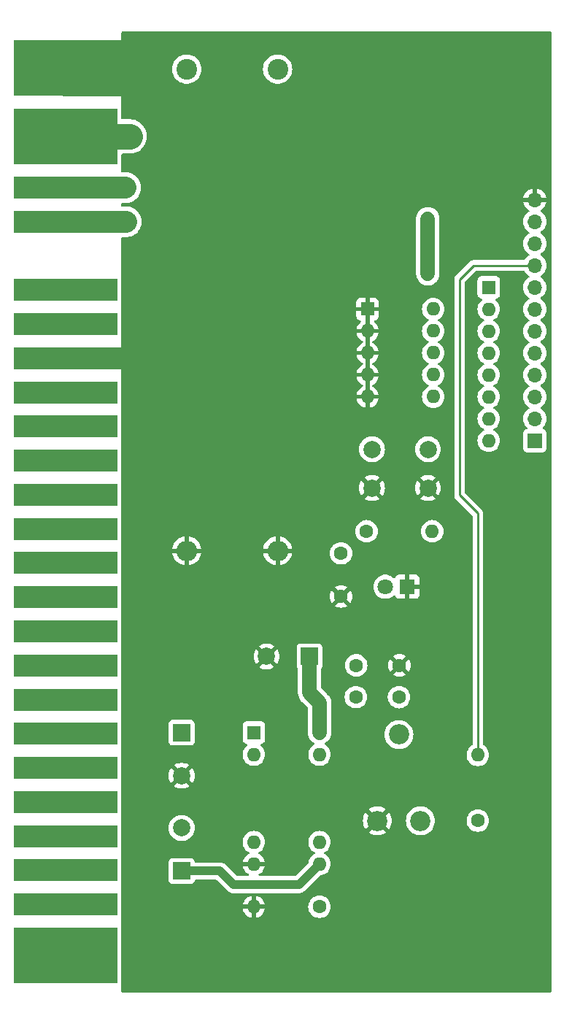
<source format=gbr>
%TF.GenerationSoftware,KiCad,Pcbnew,8.0.7*%
%TF.CreationDate,2025-03-21T14:51:30-04:00*%
%TF.ProjectId,TRS2-Voice-Tester,54525332-2d56-46f6-9963-652d54657374,rev?*%
%TF.SameCoordinates,Original*%
%TF.FileFunction,Copper,L2,Bot*%
%TF.FilePolarity,Positive*%
%FSLAX46Y46*%
G04 Gerber Fmt 4.6, Leading zero omitted, Abs format (unit mm)*
G04 Created by KiCad (PCBNEW 8.0.7) date 2025-03-21 14:51:30*
%MOMM*%
%LPD*%
G01*
G04 APERTURE LIST*
%TA.AperFunction,ComponentPad*%
%ADD10C,1.600000*%
%TD*%
%TA.AperFunction,ComponentPad*%
%ADD11O,1.600000X1.600000*%
%TD*%
%TA.AperFunction,ComponentPad*%
%ADD12R,1.600000X1.600000*%
%TD*%
%TA.AperFunction,ComponentPad*%
%ADD13C,2.000000*%
%TD*%
%TA.AperFunction,ComponentPad*%
%ADD14C,2.400000*%
%TD*%
%TA.AperFunction,ComponentPad*%
%ADD15O,2.400000X2.400000*%
%TD*%
%TA.AperFunction,ComponentPad*%
%ADD16R,1.700000X1.700000*%
%TD*%
%TA.AperFunction,ComponentPad*%
%ADD17O,1.700000X1.700000*%
%TD*%
%TA.AperFunction,SMDPad,CuDef*%
%ADD18R,12.000000X6.500000*%
%TD*%
%TA.AperFunction,SMDPad,CuDef*%
%ADD19R,12.000000X2.540000*%
%TD*%
%TA.AperFunction,ComponentPad*%
%ADD20R,2.000000X2.000000*%
%TD*%
%TA.AperFunction,ComponentPad*%
%ADD21C,2.340000*%
%TD*%
%TA.AperFunction,ComponentPad*%
%ADD22R,1.800000X1.800000*%
%TD*%
%TA.AperFunction,ComponentPad*%
%ADD23C,1.800000*%
%TD*%
%TA.AperFunction,ViaPad*%
%ADD24C,0.800000*%
%TD*%
%TA.AperFunction,Conductor*%
%ADD25C,1.000000*%
%TD*%
%TA.AperFunction,Conductor*%
%ADD26C,6.500000*%
%TD*%
%TA.AperFunction,Conductor*%
%ADD27C,2.540000*%
%TD*%
%TA.AperFunction,Conductor*%
%ADD28C,1.700000*%
%TD*%
%TA.AperFunction,Conductor*%
%ADD29C,0.250000*%
%TD*%
%TA.AperFunction,Conductor*%
%ADD30C,3.000000*%
%TD*%
G04 APERTURE END LIST*
D10*
%TO.P,R1,1*%
%TO.N,Net-(D1-A)*%
X129460000Y-102040000D03*
D11*
%TO.P,R1,2*%
%TO.N,Net-(J1-Pin_1)*%
X137080000Y-102040000D03*
%TD*%
D12*
%TO.P,U1,1,BYPASS*%
%TO.N,Net-(U1-BYPASS)*%
X116380000Y-125395000D03*
D11*
%TO.P,U1,2,+*%
%TO.N,Net-(U1-+)*%
X116380000Y-127935000D03*
%TO.P,U1,3,GND*%
%TO.N,GND*%
X116380000Y-130475000D03*
%TO.P,U1,4,GND*%
X116380000Y-133015000D03*
%TO.P,U1,5,GND*%
X116380000Y-135555000D03*
%TO.P,U1,6,-*%
%TO.N,Net-(U1--)*%
X116380000Y-138095000D03*
%TO.P,U1,7,GND*%
%TO.N,GND*%
X116380000Y-140635000D03*
%TO.P,U1,8*%
%TO.N,Net-(C1-Pad1)*%
X124000000Y-140635000D03*
%TO.P,U1,9,NC*%
%TO.N,unconnected-(U1-NC-Pad9)*%
X124000000Y-138095000D03*
%TO.P,U1,10,GND*%
%TO.N,GND*%
X124000000Y-135555000D03*
%TO.P,U1,11,GND*%
X124000000Y-133015000D03*
%TO.P,U1,12,GND*%
X124000000Y-130475000D03*
%TO.P,U1,13,NC*%
%TO.N,unconnected-(U1-NC-Pad13)*%
X124000000Y-127935000D03*
%TO.P,U1,14,VS*%
%TO.N,+12V*%
X124000000Y-125395000D03*
%TD*%
D13*
%TO.P,SW1,1,1*%
%TO.N,GND*%
X136590000Y-97030000D03*
X130090000Y-97030000D03*
%TO.P,SW1,2,2*%
%TO.N,Net-(J1-Pin_2)*%
X136590000Y-92530000D03*
X130090000Y-92530000D03*
%TD*%
D10*
%TO.P,R2,1*%
%TO.N,Net-(U1--)*%
X123990000Y-145590000D03*
D11*
%TO.P,R2,2*%
%TO.N,GND*%
X116370000Y-145590000D03*
%TD*%
D10*
%TO.P,R3,1*%
%TO.N,Net-(R3-Pad1)*%
X142370000Y-135600000D03*
D11*
%TO.P,R3,2*%
%TO.N,Net-(J1-Pin_9)*%
X142370000Y-127980000D03*
%TD*%
D14*
%TO.P,R5,1*%
%TO.N,+5V*%
X108590000Y-48430000D03*
D15*
%TO.P,R5,2*%
%TO.N,GND*%
X108590000Y-104310000D03*
%TD*%
D16*
%TO.P,J1,1,Pin_1*%
%TO.N,Net-(J1-Pin_1)*%
X148980000Y-91530000D03*
D17*
%TO.P,J1,2,Pin_2*%
%TO.N,Net-(J1-Pin_2)*%
X148980000Y-88990000D03*
%TO.P,J1,3,Pin_3*%
%TO.N,Net-(J1-Pin_3)*%
X148980000Y-86450000D03*
%TO.P,J1,4,Pin_4*%
%TO.N,Net-(J1-Pin_4)*%
X148980000Y-83910000D03*
%TO.P,J1,5,Pin_5*%
%TO.N,Net-(J1-Pin_5)*%
X148980000Y-81370000D03*
%TO.P,J1,6,Pin_6*%
%TO.N,Net-(J1-Pin_6)*%
X148980000Y-78830000D03*
%TO.P,J1,7,Pin_7*%
%TO.N,Net-(J1-Pin_7)*%
X148980000Y-76290000D03*
%TO.P,J1,8,Pin_8*%
%TO.N,unconnected-(J1-Pin_8-Pad8)*%
X148980000Y-73750000D03*
%TO.P,J1,9,Pin_9*%
%TO.N,Net-(J1-Pin_9)*%
X148980000Y-71210000D03*
%TO.P,J1,10,Pin_10*%
%TO.N,+5V*%
X148980000Y-68670000D03*
%TO.P,J1,11,Pin_11*%
%TO.N,-5V*%
X148980000Y-66130000D03*
%TO.P,J1,12,Pin_12*%
%TO.N,GND*%
X148980000Y-63590000D03*
%TD*%
D18*
%TO.P,J2,30,Pin_30*%
%TO.N,unconnected-(J2-Pin_30-Pad30)*%
X94500000Y-151270000D03*
D19*
%TO.P,J2,31,Pin_31*%
%TO.N,unconnected-(J2-Pin_31-Pad31)*%
X94500000Y-145330000D03*
%TO.P,J2,32,Pin_32*%
%TO.N,unconnected-(J2-Pin_32-Pad32)*%
X94500000Y-141370000D03*
%TO.P,J2,33,Pin_33*%
%TO.N,unconnected-(J2-Pin_33-Pad33)*%
X94500000Y-137410000D03*
%TO.P,J2,34,Pin_34*%
%TO.N,unconnected-(J2-Pin_34-Pad34)*%
X94500000Y-133450000D03*
%TO.P,J2,35,Pin_35*%
%TO.N,unconnected-(J2-Pin_35-Pad35)*%
X94500000Y-129490000D03*
%TO.P,J2,36,Pin_36*%
%TO.N,unconnected-(J2-Pin_36-Pad36)*%
X94500000Y-125530000D03*
%TO.P,J2,37,Pin_37*%
%TO.N,unconnected-(J2-Pin_37-Pad37)*%
X94500000Y-121570000D03*
%TO.P,J2,38,Pin_38*%
%TO.N,unconnected-(J2-Pin_38-Pad38)*%
X94500000Y-117610000D03*
%TO.P,J2,39,Pin_39*%
%TO.N,unconnected-(J2-Pin_39-Pad39)*%
X94500000Y-113650000D03*
%TO.P,J2,40,Pin_40*%
%TO.N,unconnected-(J2-Pin_40-Pad40)*%
X94500000Y-109690000D03*
%TO.P,J2,41,Pin_41*%
%TO.N,unconnected-(J2-Pin_41-Pad41)*%
X94500000Y-105730000D03*
%TO.P,J2,42,Pin_42*%
%TO.N,unconnected-(J2-Pin_42-Pad42)*%
X94500000Y-101770000D03*
%TO.P,J2,43,Pin_43*%
%TO.N,unconnected-(J2-Pin_43-Pad43)*%
X94500000Y-97810000D03*
%TO.P,J2,44,Pin_44*%
%TO.N,unconnected-(J2-Pin_44-Pad44)*%
X94500000Y-93850000D03*
%TO.P,J2,45,Pin_45*%
%TO.N,unconnected-(J2-Pin_45-Pad45)*%
X94500000Y-89890000D03*
%TO.P,J2,46,Pin_46*%
%TO.N,unconnected-(J2-Pin_46-Pad46)*%
X94500000Y-85930000D03*
%TO.P,J2,47,Pin_47*%
%TO.N,GND*%
X94500000Y-81970000D03*
%TO.P,J2,48,Pin_48*%
%TO.N,unconnected-(J2-Pin_48-Pad48)*%
X94500000Y-78010000D03*
%TO.P,J2,49,Pin_49*%
%TO.N,unconnected-(J2-Pin_49-Pad49)*%
X94500000Y-74050000D03*
%TO.P,J2,51,Pin_51*%
%TO.N,+12V*%
X94500000Y-66130000D03*
%TO.P,J2,52,Pin_52*%
%TO.N,-5V*%
X94500000Y-62170000D03*
D18*
%TO.P,J2,53,Pin_53*%
%TO.N,+5V*%
X94500000Y-56230000D03*
%TO.P,J2,55,Pin_55*%
%TO.N,GND*%
X94500000Y-48310000D03*
%TD*%
D20*
%TO.P,C3,1*%
%TO.N,+12V*%
X122850000Y-116565000D03*
D13*
%TO.P,C3,2*%
%TO.N,GND*%
X117850000Y-116565000D03*
%TD*%
D21*
%TO.P,RV1,1,1*%
%TO.N,Net-(R3-Pad1)*%
X135710000Y-135620000D03*
%TO.P,RV1,2,2*%
%TO.N,Net-(C5-Pad1)*%
X133210000Y-125620000D03*
%TO.P,RV1,3,3*%
%TO.N,GND*%
X130710000Y-135620000D03*
%TD*%
D12*
%TO.P,RN1,1,common*%
%TO.N,+5V*%
X143630000Y-73750000D03*
D11*
%TO.P,RN1,2,R1*%
%TO.N,Net-(J1-Pin_7)*%
X143630000Y-76290000D03*
%TO.P,RN1,3,R2*%
%TO.N,Net-(J1-Pin_6)*%
X143630000Y-78830000D03*
%TO.P,RN1,4,R3*%
%TO.N,Net-(J1-Pin_5)*%
X143630000Y-81370000D03*
%TO.P,RN1,5,R4*%
%TO.N,Net-(J1-Pin_4)*%
X143630000Y-83910000D03*
%TO.P,RN1,6,R5*%
%TO.N,Net-(J1-Pin_3)*%
X143630000Y-86450000D03*
%TO.P,RN1,7,R6*%
%TO.N,Net-(J1-Pin_2)*%
X143630000Y-88990000D03*
%TO.P,RN1,8,R7*%
%TO.N,unconnected-(RN1-R7-Pad8)*%
X143630000Y-91530000D03*
%TD*%
D20*
%TO.P,C1,1*%
%TO.N,Net-(C1-Pad1)*%
X108000000Y-141457677D03*
D13*
%TO.P,C1,2*%
%TO.N,Net-(J2-Pin_10)*%
X108000000Y-136457677D03*
%TD*%
D10*
%TO.P,C4,1*%
%TO.N,GND*%
X133260000Y-117600000D03*
%TO.P,C4,2*%
%TO.N,Net-(U1-+)*%
X128260000Y-117600000D03*
%TD*%
%TO.P,C6,1*%
%TO.N,Net-(J1-Pin_2)*%
X126490000Y-104600000D03*
%TO.P,C6,2*%
%TO.N,GND*%
X126490000Y-109600000D03*
%TD*%
D12*
%TO.P,SW2,1*%
%TO.N,GND*%
X129572500Y-76265000D03*
D11*
%TO.P,SW2,2*%
X129572500Y-78805000D03*
%TO.P,SW2,3*%
X129572500Y-81345000D03*
%TO.P,SW2,4*%
X129572500Y-83885000D03*
%TO.P,SW2,5*%
X129572500Y-86425000D03*
%TO.P,SW2,6*%
%TO.N,Net-(J1-Pin_3)*%
X137192500Y-86425000D03*
%TO.P,SW2,7*%
%TO.N,Net-(J1-Pin_4)*%
X137192500Y-83885000D03*
%TO.P,SW2,8*%
%TO.N,Net-(J1-Pin_5)*%
X137192500Y-81345000D03*
%TO.P,SW2,9*%
%TO.N,Net-(J1-Pin_6)*%
X137192500Y-78805000D03*
%TO.P,SW2,10*%
%TO.N,Net-(J1-Pin_7)*%
X137192500Y-76265000D03*
%TD*%
D14*
%TO.P,R4,1*%
%TO.N,+5V*%
X119140000Y-48430000D03*
D15*
%TO.P,R4,2*%
%TO.N,GND*%
X119140000Y-104310000D03*
%TD*%
D22*
%TO.P,D1,1,K*%
%TO.N,GND*%
X134180000Y-108480000D03*
D23*
%TO.P,D1,2,A*%
%TO.N,Net-(D1-A)*%
X131640000Y-108480000D03*
%TD*%
D20*
%TO.P,C2,1*%
%TO.N,Net-(U1-BYPASS)*%
X108000000Y-125392323D03*
D13*
%TO.P,C2,2*%
%TO.N,GND*%
X108000000Y-130392323D03*
%TD*%
D10*
%TO.P,C5,1*%
%TO.N,Net-(C5-Pad1)*%
X133220000Y-121280000D03*
%TO.P,C5,2*%
%TO.N,Net-(U1-+)*%
X128220000Y-121280000D03*
%TD*%
D24*
%TO.N,GND*%
X103030000Y-48310000D03*
X103030000Y-49810000D03*
X103030000Y-46810000D03*
%TO.N,+12V*%
X101570000Y-66130000D03*
%TO.N,+5V*%
X101950000Y-55430000D03*
X101950000Y-57040000D03*
X101950000Y-56230000D03*
%TO.N,-5V*%
X136520000Y-65720000D03*
X136560000Y-71320000D03*
X136570000Y-72160000D03*
X136530000Y-66560000D03*
X101520000Y-62170000D03*
%TD*%
D25*
%TO.N,Net-(C1-Pad1)*%
X124000000Y-140635000D02*
X121615000Y-143020000D01*
X112437677Y-141457677D02*
X108000000Y-141457677D01*
X114000000Y-143020000D02*
X112437677Y-141457677D01*
X121615000Y-143020000D02*
X114000000Y-143020000D01*
D26*
%TO.N,GND*%
X94500000Y-48310000D02*
X103330000Y-48310000D01*
D27*
X94500000Y-81970000D02*
X104910000Y-81970000D01*
D28*
%TO.N,+12V*%
X124000000Y-125395000D02*
X124000000Y-121940000D01*
X122850000Y-120790000D02*
X122850000Y-116565000D01*
D27*
X94500000Y-66130000D02*
X101570000Y-66130000D01*
D28*
X124000000Y-121940000D02*
X122850000Y-120790000D01*
D29*
%TO.N,Net-(J1-Pin_9)*%
X142370000Y-127980000D02*
X142370000Y-99960000D01*
X140260000Y-97850000D02*
X140260000Y-72800000D01*
X142370000Y-99960000D02*
X140260000Y-97850000D01*
X140260000Y-72800000D02*
X141850000Y-71210000D01*
X141850000Y-71210000D02*
X148980000Y-71210000D01*
D30*
%TO.N,+5V*%
X94500000Y-56230000D02*
X101950000Y-56230000D01*
D27*
%TO.N,-5V*%
X94500000Y-62170000D02*
X101520000Y-62170000D01*
D29*
X136570000Y-65770000D02*
X136520000Y-65720000D01*
D28*
X136570000Y-72160000D02*
X136570000Y-65770000D01*
%TD*%
%TA.AperFunction,Conductor*%
%TO.N,GND*%
G36*
X123457242Y-136892589D02*
G01*
X123405867Y-136937105D01*
X123385597Y-136946558D01*
X123347264Y-136964433D01*
X123160858Y-137094954D01*
X122999954Y-137255858D01*
X122869432Y-137442265D01*
X122869431Y-137442267D01*
X122773261Y-137648502D01*
X122773258Y-137648511D01*
X122714366Y-137868302D01*
X122714364Y-137868313D01*
X122694532Y-138094998D01*
X122694532Y-138095001D01*
X122714364Y-138321686D01*
X122714366Y-138321697D01*
X122773258Y-138541488D01*
X122773261Y-138541497D01*
X122869431Y-138747732D01*
X122869432Y-138747734D01*
X122999954Y-138934141D01*
X123160858Y-139095045D01*
X123160861Y-139095047D01*
X123347266Y-139225568D01*
X123405275Y-139252618D01*
X123457714Y-139298791D01*
X123476866Y-139365984D01*
X123456650Y-139432865D01*
X123405275Y-139477382D01*
X123347267Y-139504431D01*
X123347265Y-139504432D01*
X123160858Y-139634954D01*
X122999954Y-139795858D01*
X122869432Y-139982265D01*
X122869431Y-139982267D01*
X122773261Y-140188502D01*
X122773258Y-140188511D01*
X122714365Y-140408307D01*
X122708958Y-140470095D01*
X122683504Y-140535163D01*
X122673111Y-140546966D01*
X121236899Y-141983181D01*
X121175576Y-142016666D01*
X121149218Y-142019500D01*
X117046321Y-142019500D01*
X116979282Y-141999815D01*
X116933527Y-141947011D01*
X116923583Y-141877853D01*
X116952608Y-141814297D01*
X116993916Y-141783118D01*
X117032482Y-141765134D01*
X117218820Y-141634657D01*
X117379657Y-141473820D01*
X117510134Y-141287482D01*
X117606265Y-141081326D01*
X117606269Y-141081317D01*
X117658872Y-140885000D01*
X116695686Y-140885000D01*
X116700080Y-140880606D01*
X116752741Y-140789394D01*
X116780000Y-140687661D01*
X116780000Y-140582339D01*
X116752741Y-140480606D01*
X116700080Y-140389394D01*
X116695686Y-140385000D01*
X117658872Y-140385000D01*
X117658872Y-140384999D01*
X117606269Y-140188682D01*
X117606265Y-140188673D01*
X117510134Y-139982517D01*
X117379657Y-139796179D01*
X117218820Y-139635342D01*
X117032482Y-139504865D01*
X116974133Y-139477657D01*
X116921694Y-139431484D01*
X116902542Y-139364291D01*
X116922758Y-139297410D01*
X116974129Y-139252895D01*
X117032734Y-139225568D01*
X117219139Y-139095047D01*
X117380047Y-138934139D01*
X117510568Y-138747734D01*
X117606739Y-138541496D01*
X117665635Y-138321692D01*
X117685468Y-138095000D01*
X117665635Y-137868308D01*
X117606739Y-137648504D01*
X117510568Y-137442266D01*
X117380047Y-137255861D01*
X117380045Y-137255858D01*
X117219141Y-137094954D01*
X117032734Y-136964432D01*
X117032732Y-136964431D01*
X116994403Y-136946558D01*
X116974132Y-136937105D01*
X116921694Y-136890934D01*
X116904326Y-136830000D01*
X123476159Y-136830000D01*
X123457242Y-136892589D01*
G37*
%TD.AperFunction*%
%TA.AperFunction,Conductor*%
G36*
X129822500Y-86109314D02*
G01*
X129818106Y-86104920D01*
X129726894Y-86052259D01*
X129625161Y-86025000D01*
X129519839Y-86025000D01*
X129418106Y-86052259D01*
X129326894Y-86104920D01*
X129322500Y-86109314D01*
X129322500Y-84200686D01*
X129326894Y-84205080D01*
X129418106Y-84257741D01*
X129519839Y-84285000D01*
X129625161Y-84285000D01*
X129726894Y-84257741D01*
X129818106Y-84205080D01*
X129822500Y-84200686D01*
X129822500Y-86109314D01*
G37*
%TD.AperFunction*%
%TA.AperFunction,Conductor*%
G36*
X129822500Y-83569314D02*
G01*
X129818106Y-83564920D01*
X129726894Y-83512259D01*
X129625161Y-83485000D01*
X129519839Y-83485000D01*
X129418106Y-83512259D01*
X129326894Y-83564920D01*
X129322500Y-83569314D01*
X129322500Y-81660686D01*
X129326894Y-81665080D01*
X129418106Y-81717741D01*
X129519839Y-81745000D01*
X129625161Y-81745000D01*
X129726894Y-81717741D01*
X129818106Y-81665080D01*
X129822500Y-81660686D01*
X129822500Y-83569314D01*
G37*
%TD.AperFunction*%
%TA.AperFunction,Conductor*%
G36*
X129822500Y-81029314D02*
G01*
X129818106Y-81024920D01*
X129726894Y-80972259D01*
X129625161Y-80945000D01*
X129519839Y-80945000D01*
X129418106Y-80972259D01*
X129326894Y-81024920D01*
X129322500Y-81029314D01*
X129322500Y-79120686D01*
X129326894Y-79125080D01*
X129418106Y-79177741D01*
X129519839Y-79205000D01*
X129625161Y-79205000D01*
X129726894Y-79177741D01*
X129818106Y-79125080D01*
X129822500Y-79120686D01*
X129822500Y-81029314D01*
G37*
%TD.AperFunction*%
%TA.AperFunction,Conductor*%
G36*
X129822500Y-78489314D02*
G01*
X129818106Y-78484920D01*
X129726894Y-78432259D01*
X129625161Y-78405000D01*
X129519839Y-78405000D01*
X129418106Y-78432259D01*
X129326894Y-78484920D01*
X129322500Y-78489314D01*
X129322500Y-76580686D01*
X129326894Y-76585080D01*
X129418106Y-76637741D01*
X129519839Y-76665000D01*
X129625161Y-76665000D01*
X129726894Y-76637741D01*
X129818106Y-76585080D01*
X129822500Y-76580686D01*
X129822500Y-78489314D01*
G37*
%TD.AperFunction*%
%TA.AperFunction,Conductor*%
G36*
X150852539Y-44080185D02*
G01*
X150898294Y-44132989D01*
X150909500Y-44184500D01*
X150909500Y-155395500D01*
X150889815Y-155462539D01*
X150837011Y-155508294D01*
X150785500Y-155519500D01*
X101124000Y-155519500D01*
X101056961Y-155499815D01*
X101011206Y-155447011D01*
X101000000Y-155395500D01*
X101000000Y-154579167D01*
X101000427Y-154571188D01*
X101000322Y-154571183D01*
X101000497Y-154567898D01*
X101000500Y-154567873D01*
X101000499Y-147972128D01*
X101000498Y-147972127D01*
X101000321Y-147968804D01*
X101000426Y-147968798D01*
X101000000Y-147960836D01*
X101000000Y-146659167D01*
X101000427Y-146651188D01*
X101000322Y-146651183D01*
X101000497Y-146647898D01*
X101000500Y-146647873D01*
X101000500Y-145339999D01*
X115091127Y-145339999D01*
X115091128Y-145340000D01*
X116054314Y-145340000D01*
X116049920Y-145344394D01*
X115997259Y-145435606D01*
X115970000Y-145537339D01*
X115970000Y-145642661D01*
X115997259Y-145744394D01*
X116049920Y-145835606D01*
X116054314Y-145840000D01*
X115091128Y-145840000D01*
X115143730Y-146036317D01*
X115143734Y-146036326D01*
X115239865Y-146242482D01*
X115370342Y-146428820D01*
X115531179Y-146589657D01*
X115717517Y-146720134D01*
X115923673Y-146816265D01*
X115923682Y-146816269D01*
X116119999Y-146868872D01*
X116120000Y-146868871D01*
X116120000Y-145905686D01*
X116124394Y-145910080D01*
X116215606Y-145962741D01*
X116317339Y-145990000D01*
X116422661Y-145990000D01*
X116524394Y-145962741D01*
X116615606Y-145910080D01*
X116620000Y-145905686D01*
X116620000Y-146868872D01*
X116816317Y-146816269D01*
X116816326Y-146816265D01*
X117022482Y-146720134D01*
X117208820Y-146589657D01*
X117369657Y-146428820D01*
X117500134Y-146242482D01*
X117596265Y-146036326D01*
X117596269Y-146036317D01*
X117648872Y-145840000D01*
X116685686Y-145840000D01*
X116690080Y-145835606D01*
X116742741Y-145744394D01*
X116770000Y-145642661D01*
X116770000Y-145589998D01*
X122684532Y-145589998D01*
X122684532Y-145590001D01*
X122704364Y-145816686D01*
X122704366Y-145816697D01*
X122763258Y-146036488D01*
X122763261Y-146036497D01*
X122859431Y-146242732D01*
X122859432Y-146242734D01*
X122989954Y-146429141D01*
X123150858Y-146590045D01*
X123150861Y-146590047D01*
X123337266Y-146720568D01*
X123543504Y-146816739D01*
X123763308Y-146875635D01*
X123925230Y-146889801D01*
X123989998Y-146895468D01*
X123990000Y-146895468D01*
X123990002Y-146895468D01*
X124046673Y-146890509D01*
X124216692Y-146875635D01*
X124436496Y-146816739D01*
X124642734Y-146720568D01*
X124829139Y-146590047D01*
X124990047Y-146429139D01*
X125120568Y-146242734D01*
X125216739Y-146036496D01*
X125275635Y-145816692D01*
X125295468Y-145590000D01*
X125275635Y-145363308D01*
X125216739Y-145143504D01*
X125120568Y-144937266D01*
X124990047Y-144750861D01*
X124990045Y-144750858D01*
X124829141Y-144589954D01*
X124642734Y-144459432D01*
X124642732Y-144459431D01*
X124436497Y-144363261D01*
X124436488Y-144363258D01*
X124216697Y-144304366D01*
X124216693Y-144304365D01*
X124216692Y-144304365D01*
X124216691Y-144304364D01*
X124216686Y-144304364D01*
X123990002Y-144284532D01*
X123989998Y-144284532D01*
X123763313Y-144304364D01*
X123763302Y-144304366D01*
X123543511Y-144363258D01*
X123543502Y-144363261D01*
X123337267Y-144459431D01*
X123337265Y-144459432D01*
X123150858Y-144589954D01*
X122989954Y-144750858D01*
X122859432Y-144937265D01*
X122859431Y-144937267D01*
X122763261Y-145143502D01*
X122763258Y-145143511D01*
X122704366Y-145363302D01*
X122704364Y-145363313D01*
X122684532Y-145589998D01*
X116770000Y-145589998D01*
X116770000Y-145537339D01*
X116742741Y-145435606D01*
X116690080Y-145344394D01*
X116685686Y-145340000D01*
X117648872Y-145340000D01*
X117648872Y-145339999D01*
X117596269Y-145143682D01*
X117596265Y-145143673D01*
X117500134Y-144937517D01*
X117369657Y-144751179D01*
X117208820Y-144590342D01*
X117022482Y-144459865D01*
X116816328Y-144363734D01*
X116620000Y-144311127D01*
X116620000Y-145274314D01*
X116615606Y-145269920D01*
X116524394Y-145217259D01*
X116422661Y-145190000D01*
X116317339Y-145190000D01*
X116215606Y-145217259D01*
X116124394Y-145269920D01*
X116120000Y-145274314D01*
X116120000Y-144311127D01*
X115923671Y-144363734D01*
X115717517Y-144459865D01*
X115531179Y-144590342D01*
X115370342Y-144751179D01*
X115239865Y-144937517D01*
X115143734Y-145143673D01*
X115143730Y-145143682D01*
X115091127Y-145339999D01*
X101000500Y-145339999D01*
X101000499Y-144012128D01*
X101000498Y-144012127D01*
X101000321Y-144008804D01*
X101000426Y-144008798D01*
X101000000Y-144000836D01*
X101000000Y-142699167D01*
X101000427Y-142691188D01*
X101000322Y-142691183D01*
X101000497Y-142687898D01*
X101000500Y-142687873D01*
X101000499Y-140409812D01*
X106499500Y-140409812D01*
X106499500Y-142505547D01*
X106499501Y-142505553D01*
X106505908Y-142565160D01*
X106556202Y-142700005D01*
X106556206Y-142700012D01*
X106642452Y-142815221D01*
X106642455Y-142815224D01*
X106757664Y-142901470D01*
X106757671Y-142901474D01*
X106892517Y-142951768D01*
X106892516Y-142951768D01*
X106899444Y-142952512D01*
X106952127Y-142958177D01*
X109047872Y-142958176D01*
X109107483Y-142951768D01*
X109242331Y-142901473D01*
X109357546Y-142815223D01*
X109443796Y-142700008D01*
X109494091Y-142565160D01*
X109494091Y-142565158D01*
X109495874Y-142557615D01*
X109498146Y-142558151D01*
X109520429Y-142504365D01*
X109577823Y-142464520D01*
X109616976Y-142458177D01*
X111971895Y-142458177D01*
X112038934Y-142477862D01*
X112059575Y-142494495D01*
X113222860Y-143657781D01*
X113222861Y-143657782D01*
X113362218Y-143797139D01*
X113526086Y-143906632D01*
X113632745Y-143950811D01*
X113708164Y-143982051D01*
X113901454Y-144020499D01*
X113901457Y-144020500D01*
X113901459Y-144020500D01*
X121713542Y-144020500D01*
X121732870Y-144016655D01*
X121810188Y-144001275D01*
X121906836Y-143982051D01*
X121978137Y-143952517D01*
X122088914Y-143906632D01*
X122252782Y-143797139D01*
X122392139Y-143657782D01*
X122392139Y-143657780D01*
X122402347Y-143647573D01*
X122402348Y-143647570D01*
X124088034Y-141961885D01*
X124149355Y-141928402D01*
X124164900Y-141926041D01*
X124226692Y-141920635D01*
X124446496Y-141861739D01*
X124652734Y-141765568D01*
X124839139Y-141635047D01*
X125000047Y-141474139D01*
X125130568Y-141287734D01*
X125226739Y-141081496D01*
X125285635Y-140861692D01*
X125305468Y-140635000D01*
X125285635Y-140408308D01*
X125226739Y-140188504D01*
X125130568Y-139982266D01*
X125000047Y-139795861D01*
X125000045Y-139795858D01*
X124839141Y-139634954D01*
X124652734Y-139504432D01*
X124652728Y-139504429D01*
X124594725Y-139477382D01*
X124542285Y-139431210D01*
X124523133Y-139364017D01*
X124543348Y-139297135D01*
X124594725Y-139252618D01*
X124652734Y-139225568D01*
X124839139Y-139095047D01*
X125000047Y-138934139D01*
X125130568Y-138747734D01*
X125226739Y-138541496D01*
X125285635Y-138321692D01*
X125305468Y-138095000D01*
X125285635Y-137868308D01*
X125226739Y-137648504D01*
X125130568Y-137442266D01*
X125000047Y-137255861D01*
X125000045Y-137255858D01*
X124839141Y-137094954D01*
X124652734Y-136964432D01*
X124652732Y-136964431D01*
X124614403Y-136946558D01*
X124594132Y-136937105D01*
X124541694Y-136890934D01*
X124524326Y-136830000D01*
X125470000Y-136830000D01*
X125470000Y-135619995D01*
X129035317Y-135619995D01*
X129035317Y-135620004D01*
X129054021Y-135869597D01*
X129054021Y-135869599D01*
X129109714Y-136113607D01*
X129109720Y-136113626D01*
X129201163Y-136346618D01*
X129326311Y-136563382D01*
X129364800Y-136611645D01*
X130108958Y-135867487D01*
X130133978Y-135927890D01*
X130205112Y-136034351D01*
X130295649Y-136124888D01*
X130402110Y-136196022D01*
X130462510Y-136221041D01*
X129718402Y-136965148D01*
X129872651Y-137070313D01*
X129872664Y-137070320D01*
X130098167Y-137178916D01*
X130098165Y-137178916D01*
X130337346Y-137252694D01*
X130337352Y-137252696D01*
X130584843Y-137289999D01*
X130584852Y-137290000D01*
X130835148Y-137290000D01*
X130835156Y-137289999D01*
X131082647Y-137252696D01*
X131082653Y-137252694D01*
X131321833Y-137178916D01*
X131547334Y-137070322D01*
X131547335Y-137070321D01*
X131701596Y-136965148D01*
X130957488Y-136221041D01*
X131017890Y-136196022D01*
X131124351Y-136124888D01*
X131214888Y-136034351D01*
X131286022Y-135927890D01*
X131311041Y-135867489D01*
X132055198Y-136611646D01*
X132055199Y-136611645D01*
X132093681Y-136563392D01*
X132093688Y-136563381D01*
X132218836Y-136346618D01*
X132310279Y-136113626D01*
X132310285Y-136113607D01*
X132365978Y-135869599D01*
X132365978Y-135869597D01*
X132384683Y-135620004D01*
X132384683Y-135619995D01*
X134034816Y-135619995D01*
X134034816Y-135620004D01*
X134053524Y-135869663D01*
X134053525Y-135869668D01*
X134109236Y-136113755D01*
X134109238Y-136113764D01*
X134109240Y-136113769D01*
X134200711Y-136346835D01*
X134325898Y-136563665D01*
X134438999Y-136705489D01*
X134482006Y-136759418D01*
X134618034Y-136885633D01*
X134665540Y-136929712D01*
X134872408Y-137070752D01*
X134872413Y-137070754D01*
X134872414Y-137070755D01*
X134872415Y-137070756D01*
X134992218Y-137128449D01*
X135097983Y-137179383D01*
X135097984Y-137179383D01*
X135097987Y-137179385D01*
X135337236Y-137253184D01*
X135337237Y-137253184D01*
X135337240Y-137253185D01*
X135584805Y-137290499D01*
X135584810Y-137290499D01*
X135584813Y-137290500D01*
X135584814Y-137290500D01*
X135835186Y-137290500D01*
X135835187Y-137290500D01*
X135835194Y-137290499D01*
X136082759Y-137253185D01*
X136082760Y-137253184D01*
X136082764Y-137253184D01*
X136322013Y-137179385D01*
X136547592Y-137070752D01*
X136754460Y-136929712D01*
X136937997Y-136759414D01*
X137094102Y-136563665D01*
X137219289Y-136346835D01*
X137310760Y-136113769D01*
X137366474Y-135869673D01*
X137369695Y-135826692D01*
X137385184Y-135620004D01*
X137385184Y-135619995D01*
X137383685Y-135599998D01*
X141064532Y-135599998D01*
X141064532Y-135600001D01*
X141084364Y-135826686D01*
X141084366Y-135826697D01*
X141143258Y-136046488D01*
X141143261Y-136046497D01*
X141239431Y-136252732D01*
X141239432Y-136252734D01*
X141369954Y-136439141D01*
X141530858Y-136600045D01*
X141530861Y-136600047D01*
X141717266Y-136730568D01*
X141923504Y-136826739D01*
X142143308Y-136885635D01*
X142305230Y-136899801D01*
X142369998Y-136905468D01*
X142370000Y-136905468D01*
X142370002Y-136905468D01*
X142426673Y-136900509D01*
X142596692Y-136885635D01*
X142816496Y-136826739D01*
X143022734Y-136730568D01*
X143209139Y-136600047D01*
X143370047Y-136439139D01*
X143500568Y-136252734D01*
X143596739Y-136046496D01*
X143655635Y-135826692D01*
X143675468Y-135600000D01*
X143655635Y-135373308D01*
X143596739Y-135153504D01*
X143500568Y-134947266D01*
X143377278Y-134771188D01*
X143370045Y-134760858D01*
X143209141Y-134599954D01*
X143022734Y-134469432D01*
X143022732Y-134469431D01*
X142816497Y-134373261D01*
X142816488Y-134373258D01*
X142596697Y-134314366D01*
X142596693Y-134314365D01*
X142596692Y-134314365D01*
X142596691Y-134314364D01*
X142596686Y-134314364D01*
X142370002Y-134294532D01*
X142369998Y-134294532D01*
X142143313Y-134314364D01*
X142143302Y-134314366D01*
X141923511Y-134373258D01*
X141923502Y-134373261D01*
X141717267Y-134469431D01*
X141717265Y-134469432D01*
X141530858Y-134599954D01*
X141369954Y-134760858D01*
X141239432Y-134947265D01*
X141239431Y-134947267D01*
X141143261Y-135153502D01*
X141143258Y-135153511D01*
X141084366Y-135373302D01*
X141084364Y-135373313D01*
X141064532Y-135599998D01*
X137383685Y-135599998D01*
X137366475Y-135370336D01*
X137366474Y-135370331D01*
X137366474Y-135370327D01*
X137310760Y-135126231D01*
X137219289Y-134893165D01*
X137094102Y-134676335D01*
X136937997Y-134480586D01*
X136937996Y-134480585D01*
X136937993Y-134480581D01*
X136754460Y-134310288D01*
X136731350Y-134294532D01*
X136547592Y-134169248D01*
X136547588Y-134169246D01*
X136547585Y-134169244D01*
X136547584Y-134169243D01*
X136322015Y-134060616D01*
X136322017Y-134060616D01*
X136082765Y-133986816D01*
X136082759Y-133986814D01*
X135835194Y-133949500D01*
X135835187Y-133949500D01*
X135584813Y-133949500D01*
X135584805Y-133949500D01*
X135337240Y-133986814D01*
X135337234Y-133986816D01*
X135097983Y-134060616D01*
X134872415Y-134169243D01*
X134872414Y-134169244D01*
X134872408Y-134169247D01*
X134872408Y-134169248D01*
X134867465Y-134172618D01*
X134665539Y-134310288D01*
X134482006Y-134480581D01*
X134325898Y-134676335D01*
X134200711Y-134893164D01*
X134109242Y-135126225D01*
X134109236Y-135126244D01*
X134053525Y-135370331D01*
X134053524Y-135370336D01*
X134034816Y-135619995D01*
X132384683Y-135619995D01*
X132365978Y-135370402D01*
X132365978Y-135370400D01*
X132310285Y-135126392D01*
X132310279Y-135126373D01*
X132218836Y-134893381D01*
X132093685Y-134676613D01*
X132055199Y-134628352D01*
X131311041Y-135372510D01*
X131286022Y-135312110D01*
X131214888Y-135205649D01*
X131124351Y-135115112D01*
X131017890Y-135043978D01*
X130957487Y-135018958D01*
X131701596Y-134274850D01*
X131547342Y-134169682D01*
X131547334Y-134169677D01*
X131321832Y-134061083D01*
X131321834Y-134061083D01*
X131082653Y-133987305D01*
X131082647Y-133987303D01*
X130835156Y-133950000D01*
X130584843Y-133950000D01*
X130337352Y-133987303D01*
X130337346Y-133987305D01*
X130098166Y-134061083D01*
X129872661Y-134169680D01*
X129872660Y-134169681D01*
X129718402Y-134274849D01*
X130462511Y-135018958D01*
X130402110Y-135043978D01*
X130295649Y-135115112D01*
X130205112Y-135205649D01*
X130133978Y-135312110D01*
X130108958Y-135372511D01*
X129364800Y-134628353D01*
X129326308Y-134676621D01*
X129201163Y-134893381D01*
X129109720Y-135126373D01*
X129109714Y-135126392D01*
X129054021Y-135370400D01*
X129054021Y-135370402D01*
X129035317Y-135619995D01*
X125470000Y-135619995D01*
X125470000Y-129200000D01*
X124523839Y-129200000D01*
X124542758Y-129137410D01*
X124594129Y-129092895D01*
X124652734Y-129065568D01*
X124839139Y-128935047D01*
X125000047Y-128774139D01*
X125130568Y-128587734D01*
X125226739Y-128381496D01*
X125285635Y-128161692D01*
X125305468Y-127935000D01*
X125285635Y-127708308D01*
X125226739Y-127488504D01*
X125130568Y-127282266D01*
X125000047Y-127095861D01*
X125000045Y-127095858D01*
X124839141Y-126934954D01*
X124652734Y-126804432D01*
X124652727Y-126804428D01*
X124651225Y-126803728D01*
X124650674Y-126803243D01*
X124648043Y-126801724D01*
X124648348Y-126801194D01*
X124598788Y-126757553D01*
X124579640Y-126690358D01*
X124599859Y-126623478D01*
X124647342Y-126580864D01*
X124648370Y-126580339D01*
X124707816Y-126550051D01*
X124859006Y-126440206D01*
X124879786Y-126425109D01*
X124879788Y-126425106D01*
X124879792Y-126425104D01*
X125030104Y-126274792D01*
X125030106Y-126274788D01*
X125030109Y-126274786D01*
X125155048Y-126102820D01*
X125155047Y-126102820D01*
X125155051Y-126102816D01*
X125251557Y-125913412D01*
X125317246Y-125711243D01*
X125331698Y-125619995D01*
X131534816Y-125619995D01*
X131534816Y-125620004D01*
X131553524Y-125869663D01*
X131553525Y-125869668D01*
X131609236Y-126113755D01*
X131609238Y-126113764D01*
X131609240Y-126113769D01*
X131700711Y-126346835D01*
X131825898Y-126563665D01*
X131925921Y-126689089D01*
X131982006Y-126759418D01*
X132118876Y-126886414D01*
X132165540Y-126929712D01*
X132372408Y-127070752D01*
X132372413Y-127070754D01*
X132372414Y-127070755D01*
X132372415Y-127070756D01*
X132424547Y-127095861D01*
X132597983Y-127179383D01*
X132597984Y-127179383D01*
X132597987Y-127179385D01*
X132837236Y-127253184D01*
X132837237Y-127253184D01*
X132837240Y-127253185D01*
X133084805Y-127290499D01*
X133084810Y-127290499D01*
X133084813Y-127290500D01*
X133084814Y-127290500D01*
X133335186Y-127290500D01*
X133335187Y-127290500D01*
X133389810Y-127282267D01*
X133582759Y-127253185D01*
X133582760Y-127253184D01*
X133582764Y-127253184D01*
X133822013Y-127179385D01*
X134047592Y-127070752D01*
X134254460Y-126929712D01*
X134396895Y-126797550D01*
X134437993Y-126759418D01*
X134437993Y-126759416D01*
X134437997Y-126759414D01*
X134594102Y-126563665D01*
X134719289Y-126346835D01*
X134810760Y-126113769D01*
X134866474Y-125869673D01*
X134866475Y-125869663D01*
X134885184Y-125620004D01*
X134885184Y-125619995D01*
X134866475Y-125370336D01*
X134866474Y-125370331D01*
X134866474Y-125370327D01*
X134810760Y-125126231D01*
X134719289Y-124893165D01*
X134594102Y-124676335D01*
X134437997Y-124480586D01*
X134437996Y-124480585D01*
X134437993Y-124480581D01*
X134254460Y-124310288D01*
X134047592Y-124169248D01*
X134047588Y-124169246D01*
X134047585Y-124169244D01*
X134047584Y-124169243D01*
X133822015Y-124060616D01*
X133822017Y-124060616D01*
X133582765Y-123986816D01*
X133582759Y-123986814D01*
X133335194Y-123949500D01*
X133335187Y-123949500D01*
X133084813Y-123949500D01*
X133084805Y-123949500D01*
X132837240Y-123986814D01*
X132837234Y-123986816D01*
X132597983Y-124060616D01*
X132372415Y-124169243D01*
X132372414Y-124169244D01*
X132165539Y-124310288D01*
X131982006Y-124480581D01*
X131825898Y-124676335D01*
X131700711Y-124893164D01*
X131609242Y-125126225D01*
X131609236Y-125126244D01*
X131553525Y-125370331D01*
X131553524Y-125370336D01*
X131534816Y-125619995D01*
X125331698Y-125619995D01*
X125350500Y-125501287D01*
X125350500Y-122051422D01*
X125350501Y-122051397D01*
X125350501Y-121833715D01*
X125349031Y-121824434D01*
X125317246Y-121623757D01*
X125251557Y-121421588D01*
X125179413Y-121279998D01*
X126914532Y-121279998D01*
X126914532Y-121280001D01*
X126934364Y-121506686D01*
X126934366Y-121506697D01*
X126993258Y-121726488D01*
X126993261Y-121726497D01*
X127089431Y-121932732D01*
X127089432Y-121932734D01*
X127219954Y-122119141D01*
X127380858Y-122280045D01*
X127380861Y-122280047D01*
X127567266Y-122410568D01*
X127773504Y-122506739D01*
X127993308Y-122565635D01*
X128155230Y-122579801D01*
X128219998Y-122585468D01*
X128220000Y-122585468D01*
X128220002Y-122585468D01*
X128276673Y-122580509D01*
X128446692Y-122565635D01*
X128666496Y-122506739D01*
X128872734Y-122410568D01*
X129059139Y-122280047D01*
X129220047Y-122119139D01*
X129350568Y-121932734D01*
X129446739Y-121726496D01*
X129505635Y-121506692D01*
X129525468Y-121280000D01*
X129525468Y-121279998D01*
X131914532Y-121279998D01*
X131914532Y-121280001D01*
X131934364Y-121506686D01*
X131934366Y-121506697D01*
X131993258Y-121726488D01*
X131993261Y-121726497D01*
X132089431Y-121932732D01*
X132089432Y-121932734D01*
X132219954Y-122119141D01*
X132380858Y-122280045D01*
X132380861Y-122280047D01*
X132567266Y-122410568D01*
X132773504Y-122506739D01*
X132993308Y-122565635D01*
X133155230Y-122579801D01*
X133219998Y-122585468D01*
X133220000Y-122585468D01*
X133220002Y-122585468D01*
X133276673Y-122580509D01*
X133446692Y-122565635D01*
X133666496Y-122506739D01*
X133872734Y-122410568D01*
X134059139Y-122280047D01*
X134220047Y-122119139D01*
X134350568Y-121932734D01*
X134446739Y-121726496D01*
X134505635Y-121506692D01*
X134525468Y-121280000D01*
X134505635Y-121053308D01*
X134446739Y-120833504D01*
X134350568Y-120627266D01*
X134220047Y-120440861D01*
X134220045Y-120440858D01*
X134059141Y-120279954D01*
X133872734Y-120149432D01*
X133872732Y-120149431D01*
X133666497Y-120053261D01*
X133666488Y-120053258D01*
X133446697Y-119994366D01*
X133446693Y-119994365D01*
X133446692Y-119994365D01*
X133446691Y-119994364D01*
X133446686Y-119994364D01*
X133220002Y-119974532D01*
X133219998Y-119974532D01*
X132993313Y-119994364D01*
X132993302Y-119994366D01*
X132773511Y-120053258D01*
X132773502Y-120053261D01*
X132567267Y-120149431D01*
X132567265Y-120149432D01*
X132380858Y-120279954D01*
X132219954Y-120440858D01*
X132089432Y-120627265D01*
X132089431Y-120627267D01*
X131993261Y-120833502D01*
X131993258Y-120833511D01*
X131934366Y-121053302D01*
X131934364Y-121053313D01*
X131914532Y-121279998D01*
X129525468Y-121279998D01*
X129505635Y-121053308D01*
X129446739Y-120833504D01*
X129350568Y-120627266D01*
X129220047Y-120440861D01*
X129220045Y-120440858D01*
X129059141Y-120279954D01*
X128872734Y-120149432D01*
X128872732Y-120149431D01*
X128666497Y-120053261D01*
X128666488Y-120053258D01*
X128446697Y-119994366D01*
X128446693Y-119994365D01*
X128446692Y-119994365D01*
X128446691Y-119994364D01*
X128446686Y-119994364D01*
X128220002Y-119974532D01*
X128219998Y-119974532D01*
X127993313Y-119994364D01*
X127993302Y-119994366D01*
X127773511Y-120053258D01*
X127773502Y-120053261D01*
X127567267Y-120149431D01*
X127567265Y-120149432D01*
X127380858Y-120279954D01*
X127219954Y-120440858D01*
X127089432Y-120627265D01*
X127089431Y-120627267D01*
X126993261Y-120833502D01*
X126993258Y-120833511D01*
X126934366Y-121053302D01*
X126934364Y-121053313D01*
X126914532Y-121279998D01*
X125179413Y-121279998D01*
X125155051Y-121232184D01*
X125063550Y-121106243D01*
X125030104Y-121060208D01*
X124879792Y-120909896D01*
X124879791Y-120909895D01*
X124876680Y-120906784D01*
X124876665Y-120906770D01*
X124236819Y-120266924D01*
X124203334Y-120205601D01*
X124200500Y-120179243D01*
X124200500Y-117973230D01*
X124220185Y-117906191D01*
X124225233Y-117898919D01*
X124265143Y-117845606D01*
X124293796Y-117807331D01*
X124344091Y-117672483D01*
X124350500Y-117612873D01*
X124350500Y-117599998D01*
X126954532Y-117599998D01*
X126954532Y-117600001D01*
X126974364Y-117826686D01*
X126974366Y-117826697D01*
X127033258Y-118046488D01*
X127033261Y-118046497D01*
X127129431Y-118252732D01*
X127129432Y-118252734D01*
X127259954Y-118439141D01*
X127420858Y-118600045D01*
X127420861Y-118600047D01*
X127607266Y-118730568D01*
X127813504Y-118826739D01*
X128033308Y-118885635D01*
X128195230Y-118899801D01*
X128259998Y-118905468D01*
X128260000Y-118905468D01*
X128260002Y-118905468D01*
X128316673Y-118900509D01*
X128486692Y-118885635D01*
X128706496Y-118826739D01*
X128912734Y-118730568D01*
X129099139Y-118600047D01*
X129260047Y-118439139D01*
X129390568Y-118252734D01*
X129486739Y-118046496D01*
X129545635Y-117826692D01*
X129564341Y-117612883D01*
X129565468Y-117600001D01*
X129565468Y-117599998D01*
X129565468Y-117599997D01*
X131955034Y-117599997D01*
X131955034Y-117600002D01*
X131974858Y-117826599D01*
X131974860Y-117826610D01*
X132033730Y-118046317D01*
X132033735Y-118046331D01*
X132129863Y-118252478D01*
X132180974Y-118325472D01*
X132860000Y-117646446D01*
X132860000Y-117652661D01*
X132887259Y-117754394D01*
X132939920Y-117845606D01*
X133014394Y-117920080D01*
X133105606Y-117972741D01*
X133207339Y-118000000D01*
X133213553Y-118000000D01*
X132534526Y-118679025D01*
X132607513Y-118730132D01*
X132607521Y-118730136D01*
X132813668Y-118826264D01*
X132813682Y-118826269D01*
X133033389Y-118885139D01*
X133033400Y-118885141D01*
X133259998Y-118904966D01*
X133260002Y-118904966D01*
X133486599Y-118885141D01*
X133486610Y-118885139D01*
X133706317Y-118826269D01*
X133706331Y-118826264D01*
X133912478Y-118730136D01*
X133985471Y-118679024D01*
X133306447Y-118000000D01*
X133312661Y-118000000D01*
X133414394Y-117972741D01*
X133505606Y-117920080D01*
X133580080Y-117845606D01*
X133632741Y-117754394D01*
X133660000Y-117652661D01*
X133660000Y-117646447D01*
X134339024Y-118325471D01*
X134390136Y-118252478D01*
X134486264Y-118046331D01*
X134486269Y-118046317D01*
X134545139Y-117826610D01*
X134545141Y-117826599D01*
X134564966Y-117600002D01*
X134564966Y-117599997D01*
X134545141Y-117373400D01*
X134545139Y-117373389D01*
X134486269Y-117153682D01*
X134486264Y-117153668D01*
X134390136Y-116947521D01*
X134390132Y-116947513D01*
X134339025Y-116874526D01*
X133660000Y-117553551D01*
X133660000Y-117547339D01*
X133632741Y-117445606D01*
X133580080Y-117354394D01*
X133505606Y-117279920D01*
X133414394Y-117227259D01*
X133312661Y-117200000D01*
X133306445Y-117200000D01*
X133985472Y-116520974D01*
X133912478Y-116469863D01*
X133706331Y-116373735D01*
X133706317Y-116373730D01*
X133486610Y-116314860D01*
X133486599Y-116314858D01*
X133260002Y-116295034D01*
X133259998Y-116295034D01*
X133033400Y-116314858D01*
X133033389Y-116314860D01*
X132813682Y-116373730D01*
X132813673Y-116373734D01*
X132607516Y-116469866D01*
X132607512Y-116469868D01*
X132534526Y-116520973D01*
X132534526Y-116520974D01*
X133213553Y-117200000D01*
X133207339Y-117200000D01*
X133105606Y-117227259D01*
X133014394Y-117279920D01*
X132939920Y-117354394D01*
X132887259Y-117445606D01*
X132860000Y-117547339D01*
X132860000Y-117553552D01*
X132180974Y-116874526D01*
X132180973Y-116874526D01*
X132129868Y-116947512D01*
X132129866Y-116947516D01*
X132033734Y-117153673D01*
X132033730Y-117153682D01*
X131974860Y-117373389D01*
X131974858Y-117373400D01*
X131955034Y-117599997D01*
X129565468Y-117599997D01*
X129545635Y-117373313D01*
X129545635Y-117373308D01*
X129486739Y-117153504D01*
X129390568Y-116947266D01*
X129260047Y-116760861D01*
X129260045Y-116760858D01*
X129099141Y-116599954D01*
X128912734Y-116469432D01*
X128912732Y-116469431D01*
X128706497Y-116373261D01*
X128706488Y-116373258D01*
X128486697Y-116314366D01*
X128486693Y-116314365D01*
X128486692Y-116314365D01*
X128486691Y-116314364D01*
X128486686Y-116314364D01*
X128260002Y-116294532D01*
X128259998Y-116294532D01*
X128033313Y-116314364D01*
X128033302Y-116314366D01*
X127813511Y-116373258D01*
X127813502Y-116373261D01*
X127607267Y-116469431D01*
X127607265Y-116469432D01*
X127420858Y-116599954D01*
X127259954Y-116760858D01*
X127129432Y-116947265D01*
X127129431Y-116947267D01*
X127033261Y-117153502D01*
X127033258Y-117153511D01*
X126974366Y-117373302D01*
X126974364Y-117373313D01*
X126954532Y-117599998D01*
X124350500Y-117599998D01*
X124350499Y-115517128D01*
X124344091Y-115457517D01*
X124293796Y-115322669D01*
X124293795Y-115322668D01*
X124293793Y-115322664D01*
X124207547Y-115207455D01*
X124207544Y-115207452D01*
X124092335Y-115121206D01*
X124092328Y-115121202D01*
X123957482Y-115070908D01*
X123957483Y-115070908D01*
X123897883Y-115064501D01*
X123897881Y-115064500D01*
X123897873Y-115064500D01*
X123897864Y-115064500D01*
X121802129Y-115064500D01*
X121802123Y-115064501D01*
X121742516Y-115070908D01*
X121607671Y-115121202D01*
X121607664Y-115121206D01*
X121492455Y-115207452D01*
X121492452Y-115207455D01*
X121406206Y-115322664D01*
X121406202Y-115322671D01*
X121355908Y-115457517D01*
X121349501Y-115517116D01*
X121349501Y-115517123D01*
X121349500Y-115517135D01*
X121349500Y-117612870D01*
X121349501Y-117612876D01*
X121355908Y-117672483D01*
X121406202Y-117807328D01*
X121406203Y-117807330D01*
X121474767Y-117898919D01*
X121499184Y-117964383D01*
X121499500Y-117973230D01*
X121499500Y-120896287D01*
X121509534Y-120959644D01*
X121525462Y-121060208D01*
X121532754Y-121106243D01*
X121589211Y-121280000D01*
X121598444Y-121308414D01*
X121694951Y-121497820D01*
X121819889Y-121669784D01*
X121819893Y-121669788D01*
X121819896Y-121669792D01*
X121970208Y-121820104D01*
X121974538Y-121824434D01*
X121974549Y-121824444D01*
X122613181Y-122463076D01*
X122646666Y-122524399D01*
X122649500Y-122550757D01*
X122649500Y-125501286D01*
X122668301Y-125619995D01*
X122682754Y-125711243D01*
X122734231Y-125869673D01*
X122748444Y-125913414D01*
X122844951Y-126102820D01*
X122969890Y-126274786D01*
X123120213Y-126425109D01*
X123223027Y-126499806D01*
X123292184Y-126550051D01*
X123352128Y-126580594D01*
X123352658Y-126580864D01*
X123403454Y-126628839D01*
X123420249Y-126696660D01*
X123397712Y-126762795D01*
X123351701Y-126801281D01*
X123351957Y-126801724D01*
X123349426Y-126803185D01*
X123348781Y-126803725D01*
X123347272Y-126804428D01*
X123347265Y-126804432D01*
X123160858Y-126934954D01*
X122999954Y-127095858D01*
X122869432Y-127282265D01*
X122869431Y-127282267D01*
X122773261Y-127488502D01*
X122773258Y-127488511D01*
X122714366Y-127708302D01*
X122714364Y-127708313D01*
X122694532Y-127934998D01*
X122694532Y-127935001D01*
X122714364Y-128161686D01*
X122714366Y-128161697D01*
X122773258Y-128381488D01*
X122773261Y-128381497D01*
X122869431Y-128587732D01*
X122869432Y-128587734D01*
X122999954Y-128774141D01*
X123160858Y-128935045D01*
X123160861Y-128935047D01*
X123347266Y-129065568D01*
X123405865Y-129092893D01*
X123458305Y-129139065D01*
X123475673Y-129200000D01*
X116903839Y-129200000D01*
X116922758Y-129137410D01*
X116974129Y-129092895D01*
X117032734Y-129065568D01*
X117219139Y-128935047D01*
X117380047Y-128774139D01*
X117510568Y-128587734D01*
X117606739Y-128381496D01*
X117665635Y-128161692D01*
X117685468Y-127935000D01*
X117665635Y-127708308D01*
X117606739Y-127488504D01*
X117510568Y-127282266D01*
X117380047Y-127095861D01*
X117380045Y-127095858D01*
X117219143Y-126934956D01*
X117211652Y-126929711D01*
X117194535Y-126917725D01*
X117150912Y-126863149D01*
X117143719Y-126793650D01*
X117175241Y-126731296D01*
X117235471Y-126695882D01*
X117252404Y-126692861D01*
X117287483Y-126689091D01*
X117422331Y-126638796D01*
X117537546Y-126552546D01*
X117623796Y-126437331D01*
X117674091Y-126302483D01*
X117680500Y-126242873D01*
X117680499Y-124547128D01*
X117674091Y-124487517D01*
X117623796Y-124352669D01*
X117623795Y-124352668D01*
X117623793Y-124352664D01*
X117537547Y-124237455D01*
X117537544Y-124237452D01*
X117422335Y-124151206D01*
X117422328Y-124151202D01*
X117287482Y-124100908D01*
X117287483Y-124100908D01*
X117227883Y-124094501D01*
X117227881Y-124094500D01*
X117227873Y-124094500D01*
X117227864Y-124094500D01*
X115532129Y-124094500D01*
X115532123Y-124094501D01*
X115472516Y-124100908D01*
X115337671Y-124151202D01*
X115337664Y-124151206D01*
X115222455Y-124237452D01*
X115222452Y-124237455D01*
X115136206Y-124352664D01*
X115136202Y-124352671D01*
X115085908Y-124487517D01*
X115079501Y-124547116D01*
X115079501Y-124547123D01*
X115079500Y-124547135D01*
X115079500Y-126242870D01*
X115079501Y-126242876D01*
X115085908Y-126302483D01*
X115136202Y-126437328D01*
X115136206Y-126437335D01*
X115222452Y-126552544D01*
X115222455Y-126552547D01*
X115337664Y-126638793D01*
X115337671Y-126638797D01*
X115358477Y-126646557D01*
X115472517Y-126689091D01*
X115507596Y-126692862D01*
X115572144Y-126719599D01*
X115611993Y-126776991D01*
X115614488Y-126846816D01*
X115578836Y-126906905D01*
X115565464Y-126917725D01*
X115540858Y-126934954D01*
X115379954Y-127095858D01*
X115249432Y-127282265D01*
X115249431Y-127282267D01*
X115153261Y-127488502D01*
X115153258Y-127488511D01*
X115094366Y-127708302D01*
X115094364Y-127708313D01*
X115074532Y-127934998D01*
X115074532Y-127935001D01*
X115094364Y-128161686D01*
X115094366Y-128161697D01*
X115153258Y-128381488D01*
X115153261Y-128381497D01*
X115249431Y-128587732D01*
X115249432Y-128587734D01*
X115379954Y-128774141D01*
X115540858Y-128935045D01*
X115540861Y-128935047D01*
X115727266Y-129065568D01*
X115785865Y-129092893D01*
X115838305Y-129139065D01*
X115855673Y-129200000D01*
X114830000Y-129200000D01*
X114810000Y-136830000D01*
X115856159Y-136830000D01*
X115837242Y-136892589D01*
X115785867Y-136937105D01*
X115765597Y-136946558D01*
X115727264Y-136964433D01*
X115540858Y-137094954D01*
X115379954Y-137255858D01*
X115249432Y-137442265D01*
X115249431Y-137442267D01*
X115153261Y-137648502D01*
X115153258Y-137648511D01*
X115094366Y-137868302D01*
X115094364Y-137868313D01*
X115074532Y-138094998D01*
X115074532Y-138095001D01*
X115094364Y-138321686D01*
X115094366Y-138321697D01*
X115153258Y-138541488D01*
X115153261Y-138541497D01*
X115249431Y-138747732D01*
X115249432Y-138747734D01*
X115379954Y-138934141D01*
X115540858Y-139095045D01*
X115540861Y-139095047D01*
X115727266Y-139225568D01*
X115785865Y-139252893D01*
X115838305Y-139299065D01*
X115857457Y-139366258D01*
X115837242Y-139433139D01*
X115785867Y-139477657D01*
X115727515Y-139504867D01*
X115541179Y-139635342D01*
X115380342Y-139796179D01*
X115249865Y-139982517D01*
X115153734Y-140188673D01*
X115153730Y-140188682D01*
X115101127Y-140384999D01*
X115101128Y-140385000D01*
X116064314Y-140385000D01*
X116059920Y-140389394D01*
X116007259Y-140480606D01*
X115980000Y-140582339D01*
X115980000Y-140687661D01*
X116007259Y-140789394D01*
X116059920Y-140880606D01*
X116064314Y-140885000D01*
X115101128Y-140885000D01*
X115153730Y-141081317D01*
X115153734Y-141081326D01*
X115249865Y-141287482D01*
X115380342Y-141473820D01*
X115541179Y-141634657D01*
X115727517Y-141765134D01*
X115766084Y-141783118D01*
X115818523Y-141829291D01*
X115837675Y-141896484D01*
X115817459Y-141963365D01*
X115764294Y-142008700D01*
X115713679Y-142019500D01*
X114465783Y-142019500D01*
X114398744Y-141999815D01*
X114378102Y-141983181D01*
X113221886Y-140826966D01*
X113221883Y-140826962D01*
X113221883Y-140826963D01*
X113214816Y-140819896D01*
X113214816Y-140819895D01*
X113075459Y-140680538D01*
X113075458Y-140680537D01*
X113075457Y-140680536D01*
X112911597Y-140571048D01*
X112911588Y-140571043D01*
X112824965Y-140535163D01*
X112782842Y-140517715D01*
X112729513Y-140495626D01*
X112729509Y-140495625D01*
X112729505Y-140495623D01*
X112632865Y-140476401D01*
X112536221Y-140457177D01*
X112536218Y-140457177D01*
X109616977Y-140457177D01*
X109549938Y-140437492D01*
X109504183Y-140384688D01*
X109496733Y-140357542D01*
X109495876Y-140357745D01*
X109494092Y-140350197D01*
X109443797Y-140215348D01*
X109443793Y-140215341D01*
X109357547Y-140100132D01*
X109357544Y-140100129D01*
X109242335Y-140013883D01*
X109242328Y-140013879D01*
X109107482Y-139963585D01*
X109107483Y-139963585D01*
X109047883Y-139957178D01*
X109047881Y-139957177D01*
X109047873Y-139957177D01*
X109047864Y-139957177D01*
X106952129Y-139957177D01*
X106952123Y-139957178D01*
X106892516Y-139963585D01*
X106757671Y-140013879D01*
X106757664Y-140013883D01*
X106642455Y-140100129D01*
X106642452Y-140100132D01*
X106556206Y-140215341D01*
X106556202Y-140215348D01*
X106505908Y-140350194D01*
X106499501Y-140409793D01*
X106499500Y-140409812D01*
X101000499Y-140409812D01*
X101000499Y-140052128D01*
X101000498Y-140052127D01*
X101000321Y-140048804D01*
X101000426Y-140048798D01*
X101000000Y-140040836D01*
X101000000Y-138739167D01*
X101000427Y-138731188D01*
X101000322Y-138731183D01*
X101000497Y-138727898D01*
X101000500Y-138727873D01*
X101000499Y-136457671D01*
X106494357Y-136457671D01*
X106494357Y-136457682D01*
X106514890Y-136705489D01*
X106514892Y-136705501D01*
X106575936Y-136946558D01*
X106675826Y-137174283D01*
X106811833Y-137382459D01*
X106811836Y-137382462D01*
X106980256Y-137565415D01*
X107176491Y-137718151D01*
X107395190Y-137836505D01*
X107630386Y-137917248D01*
X107875665Y-137958177D01*
X108124335Y-137958177D01*
X108369614Y-137917248D01*
X108604810Y-137836505D01*
X108823509Y-137718151D01*
X109019744Y-137565415D01*
X109188164Y-137382462D01*
X109324173Y-137174284D01*
X109424063Y-136946558D01*
X109485108Y-136705498D01*
X109485109Y-136705489D01*
X109505643Y-136457682D01*
X109505643Y-136457671D01*
X109485109Y-136209864D01*
X109485107Y-136209852D01*
X109424063Y-135968795D01*
X109324173Y-135741070D01*
X109188166Y-135532894D01*
X109093815Y-135430402D01*
X109019744Y-135349939D01*
X108823509Y-135197203D01*
X108823507Y-135197202D01*
X108823506Y-135197201D01*
X108604811Y-135078849D01*
X108604802Y-135078846D01*
X108369616Y-134998106D01*
X108124335Y-134957177D01*
X107875665Y-134957177D01*
X107630383Y-134998106D01*
X107395197Y-135078846D01*
X107395188Y-135078849D01*
X107176493Y-135197201D01*
X106980257Y-135349938D01*
X106811833Y-135532894D01*
X106675826Y-135741070D01*
X106575936Y-135968795D01*
X106514892Y-136209852D01*
X106514890Y-136209864D01*
X106494357Y-136457671D01*
X101000499Y-136457671D01*
X101000499Y-136092128D01*
X101000498Y-136092127D01*
X101000321Y-136088804D01*
X101000426Y-136088798D01*
X101000000Y-136080836D01*
X101000000Y-134779167D01*
X101000427Y-134771188D01*
X101000322Y-134771183D01*
X101000497Y-134767898D01*
X101000500Y-134767873D01*
X101000499Y-132132128D01*
X101000498Y-132132127D01*
X101000321Y-132128804D01*
X101000426Y-132128798D01*
X101000000Y-132120836D01*
X101000000Y-130819167D01*
X101000427Y-130811188D01*
X101000322Y-130811183D01*
X101000497Y-130807898D01*
X101000500Y-130807873D01*
X101000500Y-130392317D01*
X106494859Y-130392317D01*
X106494859Y-130392328D01*
X106515385Y-130640052D01*
X106515387Y-130640061D01*
X106576412Y-130881040D01*
X106676267Y-131108690D01*
X106776562Y-131262204D01*
X107517037Y-130521731D01*
X107534075Y-130585316D01*
X107599901Y-130699330D01*
X107692993Y-130792422D01*
X107807007Y-130858248D01*
X107870591Y-130875285D01*
X107129943Y-131615932D01*
X107176768Y-131652378D01*
X107176771Y-131652380D01*
X107395385Y-131770687D01*
X107395396Y-131770692D01*
X107630506Y-131851406D01*
X107875707Y-131892323D01*
X108124293Y-131892323D01*
X108369493Y-131851406D01*
X108604603Y-131770692D01*
X108604614Y-131770687D01*
X108823230Y-131652379D01*
X108823236Y-131652374D01*
X108870055Y-131615933D01*
X108870056Y-131615932D01*
X108129408Y-130875285D01*
X108192993Y-130858248D01*
X108307007Y-130792422D01*
X108400099Y-130699330D01*
X108465925Y-130585316D01*
X108482962Y-130521731D01*
X109223435Y-131262205D01*
X109323733Y-131108687D01*
X109423587Y-130881040D01*
X109484612Y-130640061D01*
X109484614Y-130640052D01*
X109505141Y-130392328D01*
X109505141Y-130392317D01*
X109484614Y-130144593D01*
X109484612Y-130144584D01*
X109423587Y-129903605D01*
X109323732Y-129675955D01*
X109223435Y-129522439D01*
X108482962Y-130262913D01*
X108465925Y-130199330D01*
X108400099Y-130085316D01*
X108307007Y-129992224D01*
X108192993Y-129926398D01*
X108129409Y-129909360D01*
X108870055Y-129168712D01*
X108870055Y-129168711D01*
X108823236Y-129132270D01*
X108823231Y-129132267D01*
X108604614Y-129013958D01*
X108604603Y-129013953D01*
X108369493Y-128933239D01*
X108124293Y-128892323D01*
X107875707Y-128892323D01*
X107630506Y-128933239D01*
X107395396Y-129013953D01*
X107395385Y-129013958D01*
X107176770Y-129132266D01*
X107129943Y-129168712D01*
X107870591Y-129909360D01*
X107807007Y-129926398D01*
X107692993Y-129992224D01*
X107599901Y-130085316D01*
X107534075Y-130199330D01*
X107517037Y-130262914D01*
X106776563Y-129522440D01*
X106676267Y-129675956D01*
X106676265Y-129675960D01*
X106576412Y-129903605D01*
X106515387Y-130144584D01*
X106515385Y-130144593D01*
X106494859Y-130392317D01*
X101000500Y-130392317D01*
X101000499Y-128172128D01*
X101000498Y-128172127D01*
X101000321Y-128168804D01*
X101000426Y-128168798D01*
X101000000Y-128160836D01*
X101000000Y-126859167D01*
X101000427Y-126851188D01*
X101000322Y-126851183D01*
X101000497Y-126847898D01*
X101000500Y-126847873D01*
X101000499Y-124344458D01*
X106499500Y-124344458D01*
X106499500Y-126440193D01*
X106499501Y-126440199D01*
X106505908Y-126499806D01*
X106556202Y-126634651D01*
X106556206Y-126634658D01*
X106642452Y-126749867D01*
X106642455Y-126749870D01*
X106757664Y-126836116D01*
X106757671Y-126836120D01*
X106892517Y-126886414D01*
X106892516Y-126886414D01*
X106899444Y-126887158D01*
X106952127Y-126892823D01*
X109047872Y-126892822D01*
X109107483Y-126886414D01*
X109242331Y-126836119D01*
X109357546Y-126749869D01*
X109443796Y-126634654D01*
X109494091Y-126499806D01*
X109500500Y-126440196D01*
X109500499Y-124344451D01*
X109494091Y-124284840D01*
X109476417Y-124237454D01*
X109443797Y-124149994D01*
X109443793Y-124149987D01*
X109357547Y-124034778D01*
X109357544Y-124034775D01*
X109242335Y-123948529D01*
X109242328Y-123948525D01*
X109107482Y-123898231D01*
X109107483Y-123898231D01*
X109047883Y-123891824D01*
X109047881Y-123891823D01*
X109047873Y-123891823D01*
X109047864Y-123891823D01*
X106952129Y-123891823D01*
X106952123Y-123891824D01*
X106892516Y-123898231D01*
X106757671Y-123948525D01*
X106757664Y-123948529D01*
X106642455Y-124034775D01*
X106642452Y-124034778D01*
X106556206Y-124149987D01*
X106556202Y-124149994D01*
X106505908Y-124284840D01*
X106499501Y-124344439D01*
X106499501Y-124344446D01*
X106499500Y-124344458D01*
X101000499Y-124344458D01*
X101000499Y-124212128D01*
X101000498Y-124212127D01*
X101000321Y-124208804D01*
X101000426Y-124208798D01*
X101000000Y-124200836D01*
X101000000Y-122899167D01*
X101000427Y-122891188D01*
X101000322Y-122891183D01*
X101000497Y-122887898D01*
X101000500Y-122887873D01*
X101000499Y-120252128D01*
X101000498Y-120252127D01*
X101000321Y-120248804D01*
X101000426Y-120248798D01*
X101000000Y-120240836D01*
X101000000Y-118939167D01*
X101000427Y-118931188D01*
X101000322Y-118931183D01*
X101000497Y-118927898D01*
X101000500Y-118927873D01*
X101000499Y-116564994D01*
X116344859Y-116564994D01*
X116344859Y-116565005D01*
X116365385Y-116812729D01*
X116365387Y-116812738D01*
X116426412Y-117053717D01*
X116526267Y-117281367D01*
X116626562Y-117434881D01*
X117367037Y-116694408D01*
X117384075Y-116757993D01*
X117449901Y-116872007D01*
X117542993Y-116965099D01*
X117657007Y-117030925D01*
X117720591Y-117047962D01*
X116979943Y-117788609D01*
X117026768Y-117825055D01*
X117026771Y-117825057D01*
X117245385Y-117943364D01*
X117245396Y-117943369D01*
X117480506Y-118024083D01*
X117725707Y-118065000D01*
X117974293Y-118065000D01*
X118219493Y-118024083D01*
X118454603Y-117943369D01*
X118454614Y-117943364D01*
X118673230Y-117825056D01*
X118673236Y-117825051D01*
X118720055Y-117788610D01*
X118720056Y-117788609D01*
X117979408Y-117047962D01*
X118042993Y-117030925D01*
X118157007Y-116965099D01*
X118250099Y-116872007D01*
X118315925Y-116757993D01*
X118332962Y-116694409D01*
X119073435Y-117434882D01*
X119173733Y-117281364D01*
X119273587Y-117053717D01*
X119334612Y-116812738D01*
X119334614Y-116812729D01*
X119355141Y-116565005D01*
X119355141Y-116564994D01*
X119334614Y-116317270D01*
X119334612Y-116317261D01*
X119273587Y-116076282D01*
X119173732Y-115848632D01*
X119073435Y-115695116D01*
X118332962Y-116435590D01*
X118315925Y-116372007D01*
X118250099Y-116257993D01*
X118157007Y-116164901D01*
X118042993Y-116099075D01*
X117979409Y-116082037D01*
X118720055Y-115341389D01*
X118720055Y-115341388D01*
X118673236Y-115304947D01*
X118673231Y-115304944D01*
X118454614Y-115186635D01*
X118454603Y-115186630D01*
X118219493Y-115105916D01*
X117974293Y-115065000D01*
X117725707Y-115065000D01*
X117480506Y-115105916D01*
X117245396Y-115186630D01*
X117245385Y-115186635D01*
X117026770Y-115304943D01*
X116979943Y-115341389D01*
X117720591Y-116082037D01*
X117657007Y-116099075D01*
X117542993Y-116164901D01*
X117449901Y-116257993D01*
X117384075Y-116372007D01*
X117367037Y-116435591D01*
X116626563Y-115695117D01*
X116526267Y-115848633D01*
X116526265Y-115848637D01*
X116426412Y-116076282D01*
X116365387Y-116317261D01*
X116365385Y-116317270D01*
X116344859Y-116564994D01*
X101000499Y-116564994D01*
X101000499Y-116292128D01*
X101000498Y-116292127D01*
X101000321Y-116288804D01*
X101000426Y-116288798D01*
X101000000Y-116280836D01*
X101000000Y-114979167D01*
X101000427Y-114971188D01*
X101000322Y-114971183D01*
X101000497Y-114967898D01*
X101000500Y-114967873D01*
X101000499Y-112332128D01*
X101000498Y-112332127D01*
X101000321Y-112328804D01*
X101000426Y-112328798D01*
X101000000Y-112320836D01*
X101000000Y-111019167D01*
X101000427Y-111011188D01*
X101000322Y-111011183D01*
X101000497Y-111007898D01*
X101000500Y-111007873D01*
X101000499Y-109599997D01*
X125185034Y-109599997D01*
X125185034Y-109600002D01*
X125204858Y-109826599D01*
X125204860Y-109826610D01*
X125263730Y-110046317D01*
X125263735Y-110046331D01*
X125359863Y-110252478D01*
X125410974Y-110325472D01*
X126090000Y-109646446D01*
X126090000Y-109652661D01*
X126117259Y-109754394D01*
X126169920Y-109845606D01*
X126244394Y-109920080D01*
X126335606Y-109972741D01*
X126437339Y-110000000D01*
X126443553Y-110000000D01*
X125764526Y-110679025D01*
X125837513Y-110730132D01*
X125837521Y-110730136D01*
X126043668Y-110826264D01*
X126043682Y-110826269D01*
X126263389Y-110885139D01*
X126263400Y-110885141D01*
X126489998Y-110904966D01*
X126490002Y-110904966D01*
X126716599Y-110885141D01*
X126716610Y-110885139D01*
X126936317Y-110826269D01*
X126936331Y-110826264D01*
X127142478Y-110730136D01*
X127215471Y-110679024D01*
X126536447Y-110000000D01*
X126542661Y-110000000D01*
X126644394Y-109972741D01*
X126735606Y-109920080D01*
X126810080Y-109845606D01*
X126862741Y-109754394D01*
X126890000Y-109652661D01*
X126890000Y-109646447D01*
X127569024Y-110325471D01*
X127620136Y-110252478D01*
X127716264Y-110046331D01*
X127716269Y-110046317D01*
X127775139Y-109826610D01*
X127775141Y-109826599D01*
X127794966Y-109600002D01*
X127794966Y-109599997D01*
X127775141Y-109373400D01*
X127775139Y-109373389D01*
X127716269Y-109153682D01*
X127716264Y-109153668D01*
X127620136Y-108947521D01*
X127620132Y-108947513D01*
X127569025Y-108874526D01*
X126890000Y-109553551D01*
X126890000Y-109547339D01*
X126862741Y-109445606D01*
X126810080Y-109354394D01*
X126735606Y-109279920D01*
X126644394Y-109227259D01*
X126542661Y-109200000D01*
X126536445Y-109200000D01*
X127215472Y-108520974D01*
X127156945Y-108479993D01*
X130234700Y-108479993D01*
X130234700Y-108480006D01*
X130253864Y-108711297D01*
X130253866Y-108711308D01*
X130310842Y-108936300D01*
X130404075Y-109148848D01*
X130531016Y-109343147D01*
X130531019Y-109343151D01*
X130531021Y-109343153D01*
X130688216Y-109513913D01*
X130688219Y-109513915D01*
X130688222Y-109513918D01*
X130871365Y-109656464D01*
X130871371Y-109656468D01*
X130871374Y-109656470D01*
X131075497Y-109766936D01*
X131189487Y-109806068D01*
X131295015Y-109842297D01*
X131295017Y-109842297D01*
X131295019Y-109842298D01*
X131523951Y-109880500D01*
X131523952Y-109880500D01*
X131756048Y-109880500D01*
X131756049Y-109880500D01*
X131984981Y-109842298D01*
X132204503Y-109766936D01*
X132408626Y-109656470D01*
X132591784Y-109513913D01*
X132600511Y-109504432D01*
X132660394Y-109468441D01*
X132730232Y-109470538D01*
X132787850Y-109510060D01*
X132807924Y-109545080D01*
X132836645Y-109622086D01*
X132836649Y-109622093D01*
X132922809Y-109737187D01*
X132922812Y-109737190D01*
X133037906Y-109823350D01*
X133037913Y-109823354D01*
X133172620Y-109873596D01*
X133172627Y-109873598D01*
X133232155Y-109879999D01*
X133232172Y-109880000D01*
X133930000Y-109880000D01*
X133930000Y-108855277D01*
X134006306Y-108899333D01*
X134120756Y-108930000D01*
X134239244Y-108930000D01*
X134353694Y-108899333D01*
X134430000Y-108855277D01*
X134430000Y-109880000D01*
X135127828Y-109880000D01*
X135127844Y-109879999D01*
X135187372Y-109873598D01*
X135187379Y-109873596D01*
X135322086Y-109823354D01*
X135322093Y-109823350D01*
X135437187Y-109737190D01*
X135437190Y-109737187D01*
X135523350Y-109622093D01*
X135523354Y-109622086D01*
X135573596Y-109487379D01*
X135573598Y-109487372D01*
X135579999Y-109427844D01*
X135580000Y-109427827D01*
X135580000Y-108730000D01*
X134555278Y-108730000D01*
X134599333Y-108653694D01*
X134630000Y-108539244D01*
X134630000Y-108420756D01*
X134599333Y-108306306D01*
X134555278Y-108230000D01*
X135580000Y-108230000D01*
X135580000Y-107532172D01*
X135579999Y-107532155D01*
X135573598Y-107472627D01*
X135573596Y-107472620D01*
X135523354Y-107337913D01*
X135523350Y-107337906D01*
X135437190Y-107222812D01*
X135437187Y-107222809D01*
X135322093Y-107136649D01*
X135322086Y-107136645D01*
X135187379Y-107086403D01*
X135187372Y-107086401D01*
X135127844Y-107080000D01*
X134430000Y-107080000D01*
X134430000Y-108104722D01*
X134353694Y-108060667D01*
X134239244Y-108030000D01*
X134120756Y-108030000D01*
X134006306Y-108060667D01*
X133930000Y-108104722D01*
X133930000Y-107080000D01*
X133232155Y-107080000D01*
X133172627Y-107086401D01*
X133172620Y-107086403D01*
X133037913Y-107136645D01*
X133037906Y-107136649D01*
X132922812Y-107222809D01*
X132922809Y-107222812D01*
X132836649Y-107337906D01*
X132836646Y-107337911D01*
X132807924Y-107414920D01*
X132766052Y-107470853D01*
X132700588Y-107495270D01*
X132632315Y-107480418D01*
X132600514Y-107455571D01*
X132591784Y-107446087D01*
X132591779Y-107446083D01*
X132591777Y-107446081D01*
X132408634Y-107303535D01*
X132408628Y-107303531D01*
X132204504Y-107193064D01*
X132204495Y-107193061D01*
X131984984Y-107117702D01*
X131797404Y-107086401D01*
X131756049Y-107079500D01*
X131523951Y-107079500D01*
X131482596Y-107086401D01*
X131295015Y-107117702D01*
X131075504Y-107193061D01*
X131075495Y-107193064D01*
X130871371Y-107303531D01*
X130871365Y-107303535D01*
X130688222Y-107446081D01*
X130688219Y-107446084D01*
X130688216Y-107446086D01*
X130688216Y-107446087D01*
X130663791Y-107472620D01*
X130531016Y-107616852D01*
X130404075Y-107811151D01*
X130310842Y-108023699D01*
X130253866Y-108248691D01*
X130253864Y-108248702D01*
X130234700Y-108479993D01*
X127156945Y-108479993D01*
X127142478Y-108469863D01*
X126936331Y-108373735D01*
X126936317Y-108373730D01*
X126716610Y-108314860D01*
X126716599Y-108314858D01*
X126490002Y-108295034D01*
X126489998Y-108295034D01*
X126263400Y-108314858D01*
X126263389Y-108314860D01*
X126043682Y-108373730D01*
X126043673Y-108373734D01*
X125837516Y-108469866D01*
X125837512Y-108469868D01*
X125764526Y-108520973D01*
X125764526Y-108520974D01*
X126443553Y-109200000D01*
X126437339Y-109200000D01*
X126335606Y-109227259D01*
X126244394Y-109279920D01*
X126169920Y-109354394D01*
X126117259Y-109445606D01*
X126090000Y-109547339D01*
X126090000Y-109553552D01*
X125410974Y-108874526D01*
X125410973Y-108874526D01*
X125359868Y-108947512D01*
X125359866Y-108947516D01*
X125263734Y-109153673D01*
X125263730Y-109153682D01*
X125204860Y-109373389D01*
X125204858Y-109373400D01*
X125185034Y-109599997D01*
X101000499Y-109599997D01*
X101000499Y-108372128D01*
X101000498Y-108372127D01*
X101000321Y-108368804D01*
X101000426Y-108368798D01*
X101000000Y-108360836D01*
X101000000Y-107059167D01*
X101000427Y-107051188D01*
X101000322Y-107051183D01*
X101000497Y-107047898D01*
X101000500Y-107047873D01*
X101000499Y-104412128D01*
X101000498Y-104412127D01*
X101000321Y-104408804D01*
X101000426Y-104408798D01*
X101000000Y-104400836D01*
X101000000Y-104060000D01*
X106903968Y-104060000D01*
X108041518Y-104060000D01*
X108030889Y-104078409D01*
X107990000Y-104231009D01*
X107990000Y-104388991D01*
X108030889Y-104541591D01*
X108041518Y-104560000D01*
X106903968Y-104560000D01*
X106904274Y-104564079D01*
X106904275Y-104564086D01*
X106960967Y-104812475D01*
X106960973Y-104812494D01*
X107054058Y-105049671D01*
X107054057Y-105049671D01*
X107181455Y-105270328D01*
X107340320Y-105469540D01*
X107527097Y-105642842D01*
X107737616Y-105786371D01*
X107737624Y-105786376D01*
X107967176Y-105896921D01*
X107967174Y-105896921D01*
X108210652Y-105972024D01*
X108210660Y-105972026D01*
X108340000Y-105991520D01*
X108340000Y-104858482D01*
X108358409Y-104869111D01*
X108511009Y-104910000D01*
X108668991Y-104910000D01*
X108821591Y-104869111D01*
X108840000Y-104858482D01*
X108840000Y-105991519D01*
X108969339Y-105972026D01*
X108969347Y-105972024D01*
X109212824Y-105896921D01*
X109442376Y-105786376D01*
X109442377Y-105786375D01*
X109652905Y-105642840D01*
X109839679Y-105469540D01*
X109998544Y-105270328D01*
X110125941Y-105049671D01*
X110219026Y-104812494D01*
X110219032Y-104812475D01*
X110275724Y-104564086D01*
X110275725Y-104564079D01*
X110276032Y-104560000D01*
X109138482Y-104560000D01*
X109149111Y-104541591D01*
X109190000Y-104388991D01*
X109190000Y-104231009D01*
X109149111Y-104078409D01*
X109138482Y-104060000D01*
X110276031Y-104060000D01*
X117453968Y-104060000D01*
X118591518Y-104060000D01*
X118580889Y-104078409D01*
X118540000Y-104231009D01*
X118540000Y-104388991D01*
X118580889Y-104541591D01*
X118591518Y-104560000D01*
X117453968Y-104560000D01*
X117454274Y-104564079D01*
X117454275Y-104564086D01*
X117510967Y-104812475D01*
X117510973Y-104812494D01*
X117604058Y-105049671D01*
X117604057Y-105049671D01*
X117731455Y-105270328D01*
X117890320Y-105469540D01*
X118077097Y-105642842D01*
X118287616Y-105786371D01*
X118287624Y-105786376D01*
X118517176Y-105896921D01*
X118517174Y-105896921D01*
X118760652Y-105972024D01*
X118760660Y-105972026D01*
X118890000Y-105991520D01*
X118890000Y-104858482D01*
X118908409Y-104869111D01*
X119061009Y-104910000D01*
X119218991Y-104910000D01*
X119371591Y-104869111D01*
X119390000Y-104858482D01*
X119390000Y-105991519D01*
X119519339Y-105972026D01*
X119519347Y-105972024D01*
X119762824Y-105896921D01*
X119992376Y-105786376D01*
X119992377Y-105786375D01*
X120202905Y-105642840D01*
X120389679Y-105469540D01*
X120548544Y-105270328D01*
X120675941Y-105049671D01*
X120769026Y-104812494D01*
X120769032Y-104812475D01*
X120817527Y-104599998D01*
X125184532Y-104599998D01*
X125184532Y-104600001D01*
X125204364Y-104826686D01*
X125204366Y-104826697D01*
X125263258Y-105046488D01*
X125263261Y-105046497D01*
X125359431Y-105252732D01*
X125359432Y-105252734D01*
X125489954Y-105439141D01*
X125650858Y-105600045D01*
X125650861Y-105600047D01*
X125837266Y-105730568D01*
X126043504Y-105826739D01*
X126263308Y-105885635D01*
X126425230Y-105899801D01*
X126489998Y-105905468D01*
X126490000Y-105905468D01*
X126490002Y-105905468D01*
X126546673Y-105900509D01*
X126716692Y-105885635D01*
X126936496Y-105826739D01*
X127142734Y-105730568D01*
X127329139Y-105600047D01*
X127490047Y-105439139D01*
X127620568Y-105252734D01*
X127716739Y-105046496D01*
X127775635Y-104826692D01*
X127795468Y-104600000D01*
X127791968Y-104560000D01*
X127779031Y-104412128D01*
X127775635Y-104373308D01*
X127716739Y-104153504D01*
X127620568Y-103947266D01*
X127490047Y-103760861D01*
X127490045Y-103760858D01*
X127329141Y-103599954D01*
X127142734Y-103469432D01*
X127142732Y-103469431D01*
X126936497Y-103373261D01*
X126936488Y-103373258D01*
X126716697Y-103314366D01*
X126716693Y-103314365D01*
X126716692Y-103314365D01*
X126716691Y-103314364D01*
X126716686Y-103314364D01*
X126490002Y-103294532D01*
X126489998Y-103294532D01*
X126263313Y-103314364D01*
X126263302Y-103314366D01*
X126043511Y-103373258D01*
X126043502Y-103373261D01*
X125837267Y-103469431D01*
X125837265Y-103469432D01*
X125650858Y-103599954D01*
X125489954Y-103760858D01*
X125359432Y-103947265D01*
X125359431Y-103947267D01*
X125263261Y-104153502D01*
X125263258Y-104153511D01*
X125204366Y-104373302D01*
X125204364Y-104373313D01*
X125184532Y-104599998D01*
X120817527Y-104599998D01*
X120825724Y-104564086D01*
X120825725Y-104564079D01*
X120826032Y-104560000D01*
X119688482Y-104560000D01*
X119699111Y-104541591D01*
X119740000Y-104388991D01*
X119740000Y-104231009D01*
X119699111Y-104078409D01*
X119688482Y-104060000D01*
X120826031Y-104060000D01*
X120825725Y-104055920D01*
X120825724Y-104055913D01*
X120769032Y-103807524D01*
X120769026Y-103807505D01*
X120675941Y-103570328D01*
X120675942Y-103570328D01*
X120548544Y-103349671D01*
X120389679Y-103150459D01*
X120202905Y-102977159D01*
X119992377Y-102833624D01*
X119992376Y-102833623D01*
X119762823Y-102723078D01*
X119762825Y-102723078D01*
X119519354Y-102647977D01*
X119519348Y-102647976D01*
X119390000Y-102628479D01*
X119390000Y-103761517D01*
X119371591Y-103750889D01*
X119218991Y-103710000D01*
X119061009Y-103710000D01*
X118908409Y-103750889D01*
X118890000Y-103761517D01*
X118890000Y-102628479D01*
X118760651Y-102647976D01*
X118760645Y-102647977D01*
X118517175Y-102723078D01*
X118287624Y-102833623D01*
X118287616Y-102833628D01*
X118077097Y-102977157D01*
X117890320Y-103150459D01*
X117731455Y-103349671D01*
X117604058Y-103570328D01*
X117510973Y-103807505D01*
X117510967Y-103807524D01*
X117454275Y-104055913D01*
X117454274Y-104055920D01*
X117453968Y-104060000D01*
X110276031Y-104060000D01*
X110275725Y-104055920D01*
X110275724Y-104055913D01*
X110219032Y-103807524D01*
X110219026Y-103807505D01*
X110125941Y-103570328D01*
X110125942Y-103570328D01*
X109998544Y-103349671D01*
X109839679Y-103150459D01*
X109652905Y-102977159D01*
X109442377Y-102833624D01*
X109442376Y-102833623D01*
X109212823Y-102723078D01*
X109212825Y-102723078D01*
X108969354Y-102647977D01*
X108969348Y-102647976D01*
X108840000Y-102628479D01*
X108840000Y-103761517D01*
X108821591Y-103750889D01*
X108668991Y-103710000D01*
X108511009Y-103710000D01*
X108358409Y-103750889D01*
X108340000Y-103761517D01*
X108340000Y-102628479D01*
X108210651Y-102647976D01*
X108210645Y-102647977D01*
X107967175Y-102723078D01*
X107737624Y-102833623D01*
X107737616Y-102833628D01*
X107527097Y-102977157D01*
X107340320Y-103150459D01*
X107181455Y-103349671D01*
X107054058Y-103570328D01*
X106960973Y-103807505D01*
X106960967Y-103807524D01*
X106904275Y-104055913D01*
X106904274Y-104055920D01*
X106903968Y-104060000D01*
X101000000Y-104060000D01*
X101000000Y-103099167D01*
X101000427Y-103091188D01*
X101000322Y-103091183D01*
X101000497Y-103087898D01*
X101000500Y-103087873D01*
X101000500Y-102039998D01*
X128154532Y-102039998D01*
X128154532Y-102040001D01*
X128174364Y-102266686D01*
X128174366Y-102266697D01*
X128233258Y-102486488D01*
X128233261Y-102486497D01*
X128329431Y-102692732D01*
X128329432Y-102692734D01*
X128459954Y-102879141D01*
X128620858Y-103040045D01*
X128620861Y-103040047D01*
X128807266Y-103170568D01*
X129013504Y-103266739D01*
X129233308Y-103325635D01*
X129395230Y-103339801D01*
X129459998Y-103345468D01*
X129460000Y-103345468D01*
X129460002Y-103345468D01*
X129516673Y-103340509D01*
X129686692Y-103325635D01*
X129906496Y-103266739D01*
X130112734Y-103170568D01*
X130299139Y-103040047D01*
X130460047Y-102879139D01*
X130590568Y-102692734D01*
X130686739Y-102486496D01*
X130745635Y-102266692D01*
X130765468Y-102040000D01*
X130765468Y-102039998D01*
X135774532Y-102039998D01*
X135774532Y-102040001D01*
X135794364Y-102266686D01*
X135794366Y-102266697D01*
X135853258Y-102486488D01*
X135853261Y-102486497D01*
X135949431Y-102692732D01*
X135949432Y-102692734D01*
X136079954Y-102879141D01*
X136240858Y-103040045D01*
X136240861Y-103040047D01*
X136427266Y-103170568D01*
X136633504Y-103266739D01*
X136853308Y-103325635D01*
X137015230Y-103339801D01*
X137079998Y-103345468D01*
X137080000Y-103345468D01*
X137080002Y-103345468D01*
X137136673Y-103340509D01*
X137306692Y-103325635D01*
X137526496Y-103266739D01*
X137732734Y-103170568D01*
X137919139Y-103040047D01*
X138080047Y-102879139D01*
X138210568Y-102692734D01*
X138306739Y-102486496D01*
X138365635Y-102266692D01*
X138385468Y-102040000D01*
X138365635Y-101813308D01*
X138306739Y-101593504D01*
X138210568Y-101387266D01*
X138080047Y-101200861D01*
X138080045Y-101200858D01*
X137919141Y-101039954D01*
X137732734Y-100909432D01*
X137732732Y-100909431D01*
X137526497Y-100813261D01*
X137526488Y-100813258D01*
X137306697Y-100754366D01*
X137306693Y-100754365D01*
X137306692Y-100754365D01*
X137306691Y-100754364D01*
X137306686Y-100754364D01*
X137080002Y-100734532D01*
X137079998Y-100734532D01*
X136853313Y-100754364D01*
X136853302Y-100754366D01*
X136633511Y-100813258D01*
X136633502Y-100813261D01*
X136427267Y-100909431D01*
X136427265Y-100909432D01*
X136240858Y-101039954D01*
X136079954Y-101200858D01*
X135949432Y-101387265D01*
X135949431Y-101387267D01*
X135853261Y-101593502D01*
X135853258Y-101593511D01*
X135794366Y-101813302D01*
X135794364Y-101813313D01*
X135774532Y-102039998D01*
X130765468Y-102039998D01*
X130745635Y-101813308D01*
X130686739Y-101593504D01*
X130590568Y-101387266D01*
X130460047Y-101200861D01*
X130460045Y-101200858D01*
X130299141Y-101039954D01*
X130112734Y-100909432D01*
X130112732Y-100909431D01*
X129906497Y-100813261D01*
X129906488Y-100813258D01*
X129686697Y-100754366D01*
X129686693Y-100754365D01*
X129686692Y-100754365D01*
X129686691Y-100754364D01*
X129686686Y-100754364D01*
X129460002Y-100734532D01*
X129459998Y-100734532D01*
X129233313Y-100754364D01*
X129233302Y-100754366D01*
X129013511Y-100813258D01*
X129013502Y-100813261D01*
X128807267Y-100909431D01*
X128807265Y-100909432D01*
X128620858Y-101039954D01*
X128459954Y-101200858D01*
X128329432Y-101387265D01*
X128329431Y-101387267D01*
X128233261Y-101593502D01*
X128233258Y-101593511D01*
X128174366Y-101813302D01*
X128174364Y-101813313D01*
X128154532Y-102039998D01*
X101000500Y-102039998D01*
X101000499Y-100452128D01*
X101000498Y-100452127D01*
X101000321Y-100448804D01*
X101000426Y-100448798D01*
X101000000Y-100440836D01*
X101000000Y-99139167D01*
X101000427Y-99131188D01*
X101000322Y-99131183D01*
X101000497Y-99127898D01*
X101000500Y-99127873D01*
X101000499Y-97029994D01*
X128584859Y-97029994D01*
X128584859Y-97030005D01*
X128605385Y-97277729D01*
X128605387Y-97277738D01*
X128666412Y-97518717D01*
X128766267Y-97746367D01*
X128866562Y-97899881D01*
X129566212Y-97200233D01*
X129577482Y-97242292D01*
X129649890Y-97367708D01*
X129752292Y-97470110D01*
X129877708Y-97542518D01*
X129919766Y-97553787D01*
X129219943Y-98253609D01*
X129266768Y-98290055D01*
X129266771Y-98290057D01*
X129485385Y-98408364D01*
X129485396Y-98408369D01*
X129720506Y-98489083D01*
X129965707Y-98530000D01*
X130214293Y-98530000D01*
X130459493Y-98489083D01*
X130694603Y-98408369D01*
X130694614Y-98408364D01*
X130913230Y-98290056D01*
X130913236Y-98290051D01*
X130960055Y-98253610D01*
X130960056Y-98253609D01*
X130260233Y-97553787D01*
X130302292Y-97542518D01*
X130427708Y-97470110D01*
X130530110Y-97367708D01*
X130602518Y-97242292D01*
X130613787Y-97200234D01*
X131313435Y-97899882D01*
X131413733Y-97746364D01*
X131513587Y-97518717D01*
X131574612Y-97277738D01*
X131574614Y-97277729D01*
X131595141Y-97030005D01*
X131595141Y-97029994D01*
X135084859Y-97029994D01*
X135084859Y-97030005D01*
X135105385Y-97277729D01*
X135105387Y-97277738D01*
X135166412Y-97518717D01*
X135266267Y-97746367D01*
X135366562Y-97899881D01*
X136066212Y-97200233D01*
X136077482Y-97242292D01*
X136149890Y-97367708D01*
X136252292Y-97470110D01*
X136377708Y-97542518D01*
X136419766Y-97553787D01*
X135719943Y-98253609D01*
X135766768Y-98290055D01*
X135766771Y-98290057D01*
X135985385Y-98408364D01*
X135985396Y-98408369D01*
X136220506Y-98489083D01*
X136465707Y-98530000D01*
X136714293Y-98530000D01*
X136959493Y-98489083D01*
X137194603Y-98408369D01*
X137194614Y-98408364D01*
X137413230Y-98290056D01*
X137413236Y-98290051D01*
X137460055Y-98253610D01*
X137460056Y-98253609D01*
X136760233Y-97553787D01*
X136802292Y-97542518D01*
X136927708Y-97470110D01*
X137030110Y-97367708D01*
X137102518Y-97242292D01*
X137113787Y-97200234D01*
X137813435Y-97899882D01*
X137913733Y-97746364D01*
X138013587Y-97518717D01*
X138074612Y-97277738D01*
X138074614Y-97277729D01*
X138095141Y-97030005D01*
X138095141Y-97029994D01*
X138074614Y-96782270D01*
X138074612Y-96782261D01*
X138013587Y-96541282D01*
X137913732Y-96313632D01*
X137813435Y-96160116D01*
X137113787Y-96859765D01*
X137102518Y-96817708D01*
X137030110Y-96692292D01*
X136927708Y-96589890D01*
X136802292Y-96517482D01*
X136760233Y-96506212D01*
X137460055Y-95806389D01*
X137460055Y-95806388D01*
X137413236Y-95769947D01*
X137413231Y-95769944D01*
X137194614Y-95651635D01*
X137194603Y-95651630D01*
X136959493Y-95570916D01*
X136714293Y-95530000D01*
X136465707Y-95530000D01*
X136220506Y-95570916D01*
X135985396Y-95651630D01*
X135985385Y-95651635D01*
X135766770Y-95769943D01*
X135719943Y-95806389D01*
X136419766Y-96506212D01*
X136377708Y-96517482D01*
X136252292Y-96589890D01*
X136149890Y-96692292D01*
X136077482Y-96817708D01*
X136066212Y-96859766D01*
X135366563Y-96160117D01*
X135266267Y-96313633D01*
X135266265Y-96313637D01*
X135166412Y-96541282D01*
X135105387Y-96782261D01*
X135105385Y-96782270D01*
X135084859Y-97029994D01*
X131595141Y-97029994D01*
X131574614Y-96782270D01*
X131574612Y-96782261D01*
X131513587Y-96541282D01*
X131413732Y-96313632D01*
X131313435Y-96160116D01*
X130613787Y-96859765D01*
X130602518Y-96817708D01*
X130530110Y-96692292D01*
X130427708Y-96589890D01*
X130302292Y-96517482D01*
X130260233Y-96506212D01*
X130960055Y-95806389D01*
X130960055Y-95806388D01*
X130913236Y-95769947D01*
X130913231Y-95769944D01*
X130694614Y-95651635D01*
X130694603Y-95651630D01*
X130459493Y-95570916D01*
X130214293Y-95530000D01*
X129965707Y-95530000D01*
X129720506Y-95570916D01*
X129485396Y-95651630D01*
X129485385Y-95651635D01*
X129266770Y-95769943D01*
X129219943Y-95806389D01*
X129919766Y-96506212D01*
X129877708Y-96517482D01*
X129752292Y-96589890D01*
X129649890Y-96692292D01*
X129577482Y-96817708D01*
X129566212Y-96859766D01*
X128866563Y-96160117D01*
X128766267Y-96313633D01*
X128766265Y-96313637D01*
X128666412Y-96541282D01*
X128605387Y-96782261D01*
X128605385Y-96782270D01*
X128584859Y-97029994D01*
X101000499Y-97029994D01*
X101000499Y-96492128D01*
X101000498Y-96492127D01*
X101000321Y-96488804D01*
X101000426Y-96488798D01*
X101000000Y-96480836D01*
X101000000Y-95179167D01*
X101000427Y-95171188D01*
X101000322Y-95171183D01*
X101000497Y-95167898D01*
X101000500Y-95167873D01*
X101000499Y-92532128D01*
X101000498Y-92532127D01*
X101000384Y-92529994D01*
X128584357Y-92529994D01*
X128584357Y-92530005D01*
X128604890Y-92777812D01*
X128604892Y-92777824D01*
X128665936Y-93018881D01*
X128765826Y-93246606D01*
X128901833Y-93454782D01*
X128901836Y-93454785D01*
X129070256Y-93637738D01*
X129266491Y-93790474D01*
X129485190Y-93908828D01*
X129720386Y-93989571D01*
X129965665Y-94030500D01*
X130214335Y-94030500D01*
X130459614Y-93989571D01*
X130694810Y-93908828D01*
X130913509Y-93790474D01*
X131109744Y-93637738D01*
X131278164Y-93454785D01*
X131414173Y-93246607D01*
X131514063Y-93018881D01*
X131575108Y-92777821D01*
X131578445Y-92737547D01*
X131595643Y-92530005D01*
X131595643Y-92529994D01*
X135084357Y-92529994D01*
X135084357Y-92530005D01*
X135104890Y-92777812D01*
X135104892Y-92777824D01*
X135165936Y-93018881D01*
X135265826Y-93246606D01*
X135401833Y-93454782D01*
X135401836Y-93454785D01*
X135570256Y-93637738D01*
X135766491Y-93790474D01*
X135985190Y-93908828D01*
X136220386Y-93989571D01*
X136465665Y-94030500D01*
X136714335Y-94030500D01*
X136959614Y-93989571D01*
X137194810Y-93908828D01*
X137413509Y-93790474D01*
X137609744Y-93637738D01*
X137778164Y-93454785D01*
X137914173Y-93246607D01*
X138014063Y-93018881D01*
X138075108Y-92777821D01*
X138078445Y-92737547D01*
X138095643Y-92530005D01*
X138095643Y-92529994D01*
X138075109Y-92282187D01*
X138075107Y-92282175D01*
X138014063Y-92041118D01*
X137914173Y-91813393D01*
X137778166Y-91605217D01*
X137756557Y-91581744D01*
X137609744Y-91422262D01*
X137413509Y-91269526D01*
X137413507Y-91269525D01*
X137413506Y-91269524D01*
X137194811Y-91151172D01*
X137194802Y-91151169D01*
X136959616Y-91070429D01*
X136714335Y-91029500D01*
X136465665Y-91029500D01*
X136220383Y-91070429D01*
X135985197Y-91151169D01*
X135985188Y-91151172D01*
X135766493Y-91269524D01*
X135570257Y-91422261D01*
X135401833Y-91605217D01*
X135265826Y-91813393D01*
X135165936Y-92041118D01*
X135104892Y-92282175D01*
X135104890Y-92282187D01*
X135084357Y-92529994D01*
X131595643Y-92529994D01*
X131575109Y-92282187D01*
X131575107Y-92282175D01*
X131514063Y-92041118D01*
X131414173Y-91813393D01*
X131278166Y-91605217D01*
X131256557Y-91581744D01*
X131109744Y-91422262D01*
X130913509Y-91269526D01*
X130913507Y-91269525D01*
X130913506Y-91269524D01*
X130694811Y-91151172D01*
X130694802Y-91151169D01*
X130459616Y-91070429D01*
X130214335Y-91029500D01*
X129965665Y-91029500D01*
X129720383Y-91070429D01*
X129485197Y-91151169D01*
X129485188Y-91151172D01*
X129266493Y-91269524D01*
X129070257Y-91422261D01*
X128901833Y-91605217D01*
X128765826Y-91813393D01*
X128665936Y-92041118D01*
X128604892Y-92282175D01*
X128604890Y-92282187D01*
X128584357Y-92529994D01*
X101000384Y-92529994D01*
X101000321Y-92528804D01*
X101000426Y-92528798D01*
X101000000Y-92520836D01*
X101000000Y-91219167D01*
X101000427Y-91211188D01*
X101000322Y-91211183D01*
X101000497Y-91207898D01*
X101000500Y-91207873D01*
X101000499Y-88572128D01*
X101000498Y-88572127D01*
X101000321Y-88568804D01*
X101000426Y-88568798D01*
X101000000Y-88560836D01*
X101000000Y-87259167D01*
X101000427Y-87251188D01*
X101000322Y-87251183D01*
X101000497Y-87247898D01*
X101000500Y-87247873D01*
X101000499Y-84612128D01*
X101000498Y-84612127D01*
X101000321Y-84608804D01*
X101000426Y-84608798D01*
X101000000Y-84600836D01*
X101000000Y-79339167D01*
X101000427Y-79331188D01*
X101000322Y-79331183D01*
X101000497Y-79327898D01*
X101000500Y-79327873D01*
X101000499Y-76692128D01*
X101000498Y-76692127D01*
X101000321Y-76688804D01*
X101000426Y-76688798D01*
X101000000Y-76680836D01*
X101000000Y-75417155D01*
X128272500Y-75417155D01*
X128272500Y-76015000D01*
X129256814Y-76015000D01*
X129252420Y-76019394D01*
X129199759Y-76110606D01*
X129172500Y-76212339D01*
X129172500Y-76317661D01*
X129199759Y-76419394D01*
X129252420Y-76510606D01*
X129256814Y-76515000D01*
X128272500Y-76515000D01*
X128272500Y-77112844D01*
X128278901Y-77172372D01*
X128278903Y-77172379D01*
X128329145Y-77307086D01*
X128329149Y-77307093D01*
X128415309Y-77422187D01*
X128415312Y-77422190D01*
X128530406Y-77508350D01*
X128530413Y-77508354D01*
X128665120Y-77558596D01*
X128701475Y-77562505D01*
X128766026Y-77589243D01*
X128805875Y-77646635D01*
X128808369Y-77716460D01*
X128772718Y-77776549D01*
X128759347Y-77787368D01*
X128733682Y-77805339D01*
X128572842Y-77966179D01*
X128442365Y-78152517D01*
X128346234Y-78358673D01*
X128346230Y-78358682D01*
X128293627Y-78554999D01*
X128293628Y-78555000D01*
X129256814Y-78555000D01*
X129252420Y-78559394D01*
X129199759Y-78650606D01*
X129172500Y-78752339D01*
X129172500Y-78857661D01*
X129199759Y-78959394D01*
X129252420Y-79050606D01*
X129256814Y-79055000D01*
X128293628Y-79055000D01*
X128346230Y-79251317D01*
X128346234Y-79251326D01*
X128442365Y-79457482D01*
X128572842Y-79643820D01*
X128733679Y-79804657D01*
X128920017Y-79935134D01*
X128978957Y-79962618D01*
X129031396Y-80008790D01*
X129050548Y-80075984D01*
X129030332Y-80142865D01*
X128978957Y-80187382D01*
X128920017Y-80214865D01*
X128733679Y-80345342D01*
X128572842Y-80506179D01*
X128442365Y-80692517D01*
X128346234Y-80898673D01*
X128346230Y-80898682D01*
X128293627Y-81094999D01*
X128293628Y-81095000D01*
X129256814Y-81095000D01*
X129252420Y-81099394D01*
X129199759Y-81190606D01*
X129172500Y-81292339D01*
X129172500Y-81397661D01*
X129199759Y-81499394D01*
X129252420Y-81590606D01*
X129256814Y-81595000D01*
X128293628Y-81595000D01*
X128346230Y-81791317D01*
X128346234Y-81791326D01*
X128442365Y-81997482D01*
X128572842Y-82183820D01*
X128733679Y-82344657D01*
X128920017Y-82475134D01*
X128978957Y-82502618D01*
X129031396Y-82548790D01*
X129050548Y-82615984D01*
X129030332Y-82682865D01*
X128978957Y-82727382D01*
X128920017Y-82754865D01*
X128733679Y-82885342D01*
X128572842Y-83046179D01*
X128442365Y-83232517D01*
X128346234Y-83438673D01*
X128346230Y-83438682D01*
X128293627Y-83634999D01*
X128293628Y-83635000D01*
X129256814Y-83635000D01*
X129252420Y-83639394D01*
X129199759Y-83730606D01*
X129172500Y-83832339D01*
X129172500Y-83937661D01*
X129199759Y-84039394D01*
X129252420Y-84130606D01*
X129256814Y-84135000D01*
X128293628Y-84135000D01*
X128346230Y-84331317D01*
X128346234Y-84331326D01*
X128442365Y-84537482D01*
X128572842Y-84723820D01*
X128733679Y-84884657D01*
X128920017Y-85015134D01*
X128978957Y-85042618D01*
X129031396Y-85088790D01*
X129050548Y-85155984D01*
X129030332Y-85222865D01*
X128978957Y-85267382D01*
X128920017Y-85294865D01*
X128733679Y-85425342D01*
X128572842Y-85586179D01*
X128442365Y-85772517D01*
X128346234Y-85978673D01*
X128346230Y-85978682D01*
X128293627Y-86174999D01*
X128293628Y-86175000D01*
X129256814Y-86175000D01*
X129252420Y-86179394D01*
X129199759Y-86270606D01*
X129172500Y-86372339D01*
X129172500Y-86477661D01*
X129199759Y-86579394D01*
X129252420Y-86670606D01*
X129256814Y-86675000D01*
X128293628Y-86675000D01*
X128346230Y-86871317D01*
X128346234Y-86871326D01*
X128442365Y-87077482D01*
X128572842Y-87263820D01*
X128733679Y-87424657D01*
X128920017Y-87555134D01*
X129126173Y-87651265D01*
X129126182Y-87651269D01*
X129322499Y-87703872D01*
X129322500Y-87703871D01*
X129322500Y-86740686D01*
X129326894Y-86745080D01*
X129418106Y-86797741D01*
X129519839Y-86825000D01*
X129625161Y-86825000D01*
X129726894Y-86797741D01*
X129818106Y-86745080D01*
X129822500Y-86740686D01*
X129822500Y-87703872D01*
X130018817Y-87651269D01*
X130018826Y-87651265D01*
X130224982Y-87555134D01*
X130411320Y-87424657D01*
X130572157Y-87263820D01*
X130702634Y-87077482D01*
X130798765Y-86871326D01*
X130798769Y-86871317D01*
X130851372Y-86675000D01*
X129888186Y-86675000D01*
X129892580Y-86670606D01*
X129945241Y-86579394D01*
X129972500Y-86477661D01*
X129972500Y-86372339D01*
X129945241Y-86270606D01*
X129892580Y-86179394D01*
X129888186Y-86175000D01*
X130851372Y-86175000D01*
X130851372Y-86174999D01*
X130798769Y-85978682D01*
X130798765Y-85978673D01*
X130702634Y-85772517D01*
X130572157Y-85586179D01*
X130411320Y-85425342D01*
X130224981Y-85294865D01*
X130224979Y-85294864D01*
X130166043Y-85267382D01*
X130113603Y-85221210D01*
X130094451Y-85154017D01*
X130114666Y-85087136D01*
X130166043Y-85042618D01*
X130224979Y-85015135D01*
X130224981Y-85015134D01*
X130411320Y-84884657D01*
X130572157Y-84723820D01*
X130702634Y-84537482D01*
X130798765Y-84331326D01*
X130798769Y-84331317D01*
X130851372Y-84135000D01*
X129888186Y-84135000D01*
X129892580Y-84130606D01*
X129945241Y-84039394D01*
X129972500Y-83937661D01*
X129972500Y-83832339D01*
X129945241Y-83730606D01*
X129892580Y-83639394D01*
X129888186Y-83635000D01*
X130851372Y-83635000D01*
X130851372Y-83634999D01*
X130798769Y-83438682D01*
X130798765Y-83438673D01*
X130702634Y-83232517D01*
X130572157Y-83046179D01*
X130411320Y-82885342D01*
X130224981Y-82754865D01*
X130224979Y-82754864D01*
X130166043Y-82727382D01*
X130113603Y-82681210D01*
X130094451Y-82614017D01*
X130114666Y-82547136D01*
X130166043Y-82502618D01*
X130224979Y-82475135D01*
X130224981Y-82475134D01*
X130411320Y-82344657D01*
X130572157Y-82183820D01*
X130702634Y-81997482D01*
X130798765Y-81791326D01*
X130798769Y-81791317D01*
X130851372Y-81595000D01*
X129888186Y-81595000D01*
X129892580Y-81590606D01*
X129945241Y-81499394D01*
X129972500Y-81397661D01*
X129972500Y-81292339D01*
X129945241Y-81190606D01*
X129892580Y-81099394D01*
X129888186Y-81095000D01*
X130851372Y-81095000D01*
X130851372Y-81094999D01*
X130798769Y-80898682D01*
X130798765Y-80898673D01*
X130702634Y-80692517D01*
X130572157Y-80506179D01*
X130411320Y-80345342D01*
X130224981Y-80214865D01*
X130224979Y-80214864D01*
X130166043Y-80187382D01*
X130113603Y-80141210D01*
X130094451Y-80074017D01*
X130114666Y-80007136D01*
X130166043Y-79962618D01*
X130224979Y-79935135D01*
X130224981Y-79935134D01*
X130411320Y-79804657D01*
X130572157Y-79643820D01*
X130702634Y-79457482D01*
X130798765Y-79251326D01*
X130798769Y-79251317D01*
X130851372Y-79055000D01*
X129888186Y-79055000D01*
X129892580Y-79050606D01*
X129945241Y-78959394D01*
X129972500Y-78857661D01*
X129972500Y-78752339D01*
X129945241Y-78650606D01*
X129892580Y-78559394D01*
X129888186Y-78555000D01*
X130851372Y-78555000D01*
X130851372Y-78554999D01*
X130798769Y-78358682D01*
X130798765Y-78358673D01*
X130702634Y-78152517D01*
X130572157Y-77966179D01*
X130411318Y-77805340D01*
X130385653Y-77787369D01*
X130342029Y-77732792D01*
X130334837Y-77663293D01*
X130366360Y-77600939D01*
X130426590Y-77565526D01*
X130443524Y-77562505D01*
X130479879Y-77558596D01*
X130614586Y-77508354D01*
X130614593Y-77508350D01*
X130729687Y-77422190D01*
X130729690Y-77422187D01*
X130815850Y-77307093D01*
X130815854Y-77307086D01*
X130866096Y-77172379D01*
X130866098Y-77172372D01*
X130872499Y-77112844D01*
X130872500Y-77112827D01*
X130872500Y-76515000D01*
X129888186Y-76515000D01*
X129892580Y-76510606D01*
X129945241Y-76419394D01*
X129972500Y-76317661D01*
X129972500Y-76264998D01*
X135887032Y-76264998D01*
X135887032Y-76265001D01*
X135906864Y-76491686D01*
X135906866Y-76491697D01*
X135965758Y-76711488D01*
X135965761Y-76711497D01*
X136061931Y-76917732D01*
X136061932Y-76917734D01*
X136192454Y-77104141D01*
X136353358Y-77265045D01*
X136353361Y-77265047D01*
X136539766Y-77395568D01*
X136596857Y-77422190D01*
X136597775Y-77422618D01*
X136650214Y-77468791D01*
X136669366Y-77535984D01*
X136649150Y-77602865D01*
X136597775Y-77647382D01*
X136539767Y-77674431D01*
X136539765Y-77674432D01*
X136353358Y-77804954D01*
X136192454Y-77965858D01*
X136061932Y-78152265D01*
X136061931Y-78152267D01*
X135965761Y-78358502D01*
X135965758Y-78358511D01*
X135906866Y-78578302D01*
X135906864Y-78578313D01*
X135887032Y-78804998D01*
X135887032Y-78805001D01*
X135906864Y-79031686D01*
X135906866Y-79031697D01*
X135965758Y-79251488D01*
X135965761Y-79251497D01*
X136061931Y-79457732D01*
X136061932Y-79457734D01*
X136192454Y-79644141D01*
X136353358Y-79805045D01*
X136353361Y-79805047D01*
X136539766Y-79935568D01*
X136593383Y-79960570D01*
X136597775Y-79962618D01*
X136650214Y-80008791D01*
X136669366Y-80075984D01*
X136649150Y-80142865D01*
X136597775Y-80187382D01*
X136539767Y-80214431D01*
X136539765Y-80214432D01*
X136353358Y-80344954D01*
X136192454Y-80505858D01*
X136061932Y-80692265D01*
X136061931Y-80692267D01*
X135965761Y-80898502D01*
X135965758Y-80898511D01*
X135906866Y-81118302D01*
X135906864Y-81118313D01*
X135887032Y-81344998D01*
X135887032Y-81345001D01*
X135906864Y-81571686D01*
X135906866Y-81571697D01*
X135965758Y-81791488D01*
X135965761Y-81791497D01*
X136061931Y-81997732D01*
X136061932Y-81997734D01*
X136192454Y-82184141D01*
X136353358Y-82345045D01*
X136353361Y-82345047D01*
X136539766Y-82475568D01*
X136593383Y-82500570D01*
X136597775Y-82502618D01*
X136650214Y-82548791D01*
X136669366Y-82615984D01*
X136649150Y-82682865D01*
X136597775Y-82727382D01*
X136539767Y-82754431D01*
X136539765Y-82754432D01*
X136353358Y-82884954D01*
X136192454Y-83045858D01*
X136061932Y-83232265D01*
X136061931Y-83232267D01*
X135965761Y-83438502D01*
X135965758Y-83438511D01*
X135906866Y-83658302D01*
X135906864Y-83658313D01*
X135887032Y-83884998D01*
X135887032Y-83885001D01*
X135906864Y-84111686D01*
X135906866Y-84111697D01*
X135965758Y-84331488D01*
X135965761Y-84331497D01*
X136061931Y-84537732D01*
X136061932Y-84537734D01*
X136192454Y-84724141D01*
X136353358Y-84885045D01*
X136353361Y-84885047D01*
X136539766Y-85015568D01*
X136593383Y-85040570D01*
X136597775Y-85042618D01*
X136650214Y-85088791D01*
X136669366Y-85155984D01*
X136649150Y-85222865D01*
X136597775Y-85267382D01*
X136539767Y-85294431D01*
X136539765Y-85294432D01*
X136353358Y-85424954D01*
X136192454Y-85585858D01*
X136061932Y-85772265D01*
X136061931Y-85772267D01*
X135965761Y-85978502D01*
X135965758Y-85978511D01*
X135906866Y-86198302D01*
X135906864Y-86198313D01*
X135887032Y-86424998D01*
X135887032Y-86425001D01*
X135906864Y-86651686D01*
X135906866Y-86651697D01*
X135965758Y-86871488D01*
X135965761Y-86871497D01*
X136061931Y-87077732D01*
X136061932Y-87077734D01*
X136192454Y-87264141D01*
X136353358Y-87425045D01*
X136353361Y-87425047D01*
X136539766Y-87555568D01*
X136746004Y-87651739D01*
X136746009Y-87651740D01*
X136746011Y-87651741D01*
X136753662Y-87653791D01*
X136965808Y-87710635D01*
X137127730Y-87724801D01*
X137192498Y-87730468D01*
X137192500Y-87730468D01*
X137192502Y-87730468D01*
X137249173Y-87725509D01*
X137419192Y-87710635D01*
X137638996Y-87651739D01*
X137845234Y-87555568D01*
X138031639Y-87425047D01*
X138192547Y-87264139D01*
X138323068Y-87077734D01*
X138419239Y-86871496D01*
X138478135Y-86651692D01*
X138497968Y-86425000D01*
X138478135Y-86198308D01*
X138419239Y-85978504D01*
X138323068Y-85772266D01*
X138192547Y-85585861D01*
X138192545Y-85585858D01*
X138031641Y-85424954D01*
X137845234Y-85294432D01*
X137845228Y-85294429D01*
X137817538Y-85281517D01*
X137787224Y-85267381D01*
X137734785Y-85221210D01*
X137715633Y-85154017D01*
X137735848Y-85087135D01*
X137787225Y-85042618D01*
X137791617Y-85040570D01*
X137845234Y-85015568D01*
X138031639Y-84885047D01*
X138192547Y-84724139D01*
X138323068Y-84537734D01*
X138419239Y-84331496D01*
X138478135Y-84111692D01*
X138497968Y-83885000D01*
X138478135Y-83658308D01*
X138419239Y-83438504D01*
X138323068Y-83232266D01*
X138192547Y-83045861D01*
X138192545Y-83045858D01*
X138031641Y-82884954D01*
X137845234Y-82754432D01*
X137845228Y-82754429D01*
X137817538Y-82741517D01*
X137787224Y-82727381D01*
X137734785Y-82681210D01*
X137715633Y-82614017D01*
X137735848Y-82547135D01*
X137787225Y-82502618D01*
X137791617Y-82500570D01*
X137845234Y-82475568D01*
X138031639Y-82345047D01*
X138192547Y-82184139D01*
X138323068Y-81997734D01*
X138419239Y-81791496D01*
X138478135Y-81571692D01*
X138497968Y-81345000D01*
X138478135Y-81118308D01*
X138419239Y-80898504D01*
X138323068Y-80692266D01*
X138192547Y-80505861D01*
X138192545Y-80505858D01*
X138031641Y-80344954D01*
X137845234Y-80214432D01*
X137845228Y-80214429D01*
X137817538Y-80201517D01*
X137787224Y-80187381D01*
X137734785Y-80141210D01*
X137715633Y-80074017D01*
X137735848Y-80007135D01*
X137787225Y-79962618D01*
X137791617Y-79960570D01*
X137845234Y-79935568D01*
X138031639Y-79805047D01*
X138192547Y-79644139D01*
X138323068Y-79457734D01*
X138419239Y-79251496D01*
X138478135Y-79031692D01*
X138497968Y-78805000D01*
X138478135Y-78578308D01*
X138419239Y-78358504D01*
X138323068Y-78152266D01*
X138192547Y-77965861D01*
X138192545Y-77965858D01*
X138031641Y-77804954D01*
X137845234Y-77674432D01*
X137845228Y-77674429D01*
X137817538Y-77661517D01*
X137787224Y-77647381D01*
X137734785Y-77601210D01*
X137715633Y-77534017D01*
X137735848Y-77467135D01*
X137787225Y-77422618D01*
X137788143Y-77422190D01*
X137845234Y-77395568D01*
X138031639Y-77265047D01*
X138192547Y-77104139D01*
X138323068Y-76917734D01*
X138419239Y-76711496D01*
X138478135Y-76491692D01*
X138497968Y-76265000D01*
X138478135Y-76038308D01*
X138419239Y-75818504D01*
X138323068Y-75612266D01*
X138192547Y-75425861D01*
X138192545Y-75425858D01*
X138031641Y-75264954D01*
X137845234Y-75134432D01*
X137845232Y-75134431D01*
X137638997Y-75038261D01*
X137638988Y-75038258D01*
X137419197Y-74979366D01*
X137419193Y-74979365D01*
X137419192Y-74979365D01*
X137419191Y-74979364D01*
X137419186Y-74979364D01*
X137192502Y-74959532D01*
X137192498Y-74959532D01*
X136965813Y-74979364D01*
X136965802Y-74979366D01*
X136746011Y-75038258D01*
X136746002Y-75038261D01*
X136539767Y-75134431D01*
X136539765Y-75134432D01*
X136353358Y-75264954D01*
X136192454Y-75425858D01*
X136061932Y-75612265D01*
X136061931Y-75612267D01*
X135965761Y-75818502D01*
X135965758Y-75818511D01*
X135906866Y-76038302D01*
X135906864Y-76038313D01*
X135887032Y-76264998D01*
X129972500Y-76264998D01*
X129972500Y-76212339D01*
X129945241Y-76110606D01*
X129892580Y-76019394D01*
X129888186Y-76015000D01*
X130872500Y-76015000D01*
X130872500Y-75417172D01*
X130872499Y-75417155D01*
X130866098Y-75357627D01*
X130866096Y-75357620D01*
X130815854Y-75222913D01*
X130815850Y-75222906D01*
X130729690Y-75107812D01*
X130729687Y-75107809D01*
X130614593Y-75021649D01*
X130614586Y-75021645D01*
X130479879Y-74971403D01*
X130479872Y-74971401D01*
X130420344Y-74965000D01*
X129822500Y-74965000D01*
X129822500Y-75949314D01*
X129818106Y-75944920D01*
X129726894Y-75892259D01*
X129625161Y-75865000D01*
X129519839Y-75865000D01*
X129418106Y-75892259D01*
X129326894Y-75944920D01*
X129322500Y-75949314D01*
X129322500Y-74965000D01*
X128724655Y-74965000D01*
X128665127Y-74971401D01*
X128665120Y-74971403D01*
X128530413Y-75021645D01*
X128530406Y-75021649D01*
X128415312Y-75107809D01*
X128415309Y-75107812D01*
X128329149Y-75222906D01*
X128329145Y-75222913D01*
X128278903Y-75357620D01*
X128278901Y-75357627D01*
X128272500Y-75417155D01*
X101000000Y-75417155D01*
X101000000Y-75379167D01*
X101000427Y-75371188D01*
X101000322Y-75371183D01*
X101000497Y-75367898D01*
X101000500Y-75367873D01*
X101000499Y-72732128D01*
X101000499Y-72732124D01*
X101000321Y-72728804D01*
X101000426Y-72728798D01*
X101000000Y-72720836D01*
X101000000Y-68024500D01*
X101019685Y-67957461D01*
X101072489Y-67911706D01*
X101124000Y-67900500D01*
X101686038Y-67900500D01*
X101686045Y-67900500D01*
X101916149Y-67870206D01*
X102140330Y-67810137D01*
X102354752Y-67721320D01*
X102555748Y-67605276D01*
X102739877Y-67463989D01*
X102903989Y-67299877D01*
X103045276Y-67115748D01*
X103161320Y-66914752D01*
X103250137Y-66700330D01*
X103310206Y-66476149D01*
X103340500Y-66246045D01*
X103340500Y-66013955D01*
X103310206Y-65783851D01*
X103278015Y-65663713D01*
X135219500Y-65663713D01*
X135219500Y-72266286D01*
X135240879Y-72401271D01*
X135252754Y-72476243D01*
X135298667Y-72617549D01*
X135318444Y-72678414D01*
X135414951Y-72867820D01*
X135539890Y-73039786D01*
X135690213Y-73190109D01*
X135862179Y-73315048D01*
X135862181Y-73315049D01*
X135862184Y-73315051D01*
X136051588Y-73411557D01*
X136253757Y-73477246D01*
X136463713Y-73510500D01*
X136463714Y-73510500D01*
X136676286Y-73510500D01*
X136676287Y-73510500D01*
X136886243Y-73477246D01*
X137088412Y-73411557D01*
X137277816Y-73315051D01*
X137317338Y-73286337D01*
X137449786Y-73190109D01*
X137449788Y-73190106D01*
X137449792Y-73190104D01*
X137600104Y-73039792D01*
X137600106Y-73039788D01*
X137600109Y-73039786D01*
X137725048Y-72867820D01*
X137725047Y-72867820D01*
X137725051Y-72867816D01*
X137790996Y-72738391D01*
X139634500Y-72738391D01*
X139634500Y-97911611D01*
X139658535Y-98032444D01*
X139658540Y-98032461D01*
X139705685Y-98146280D01*
X139705690Y-98146289D01*
X139739914Y-98197507D01*
X139739915Y-98197509D01*
X139774140Y-98248731D01*
X139774141Y-98248732D01*
X139774142Y-98248733D01*
X139861267Y-98335858D01*
X139861268Y-98335858D01*
X139868335Y-98342925D01*
X139868334Y-98342925D01*
X139868338Y-98342928D01*
X141708181Y-100182771D01*
X141741666Y-100244094D01*
X141744500Y-100270452D01*
X141744500Y-126765811D01*
X141724815Y-126832850D01*
X141691623Y-126867386D01*
X141530859Y-126979953D01*
X141369954Y-127140858D01*
X141239432Y-127327265D01*
X141239431Y-127327267D01*
X141143261Y-127533502D01*
X141143258Y-127533511D01*
X141084366Y-127753302D01*
X141084364Y-127753313D01*
X141064532Y-127979998D01*
X141064532Y-127980001D01*
X141084364Y-128206686D01*
X141084366Y-128206697D01*
X141143258Y-128426488D01*
X141143261Y-128426497D01*
X141239431Y-128632732D01*
X141239432Y-128632734D01*
X141369954Y-128819141D01*
X141530858Y-128980045D01*
X141530861Y-128980047D01*
X141717266Y-129110568D01*
X141923504Y-129206739D01*
X142143308Y-129265635D01*
X142305230Y-129279801D01*
X142369998Y-129285468D01*
X142370000Y-129285468D01*
X142370002Y-129285468D01*
X142426673Y-129280509D01*
X142596692Y-129265635D01*
X142816496Y-129206739D01*
X143022734Y-129110568D01*
X143209139Y-128980047D01*
X143370047Y-128819139D01*
X143500568Y-128632734D01*
X143596739Y-128426496D01*
X143655635Y-128206692D01*
X143675468Y-127980000D01*
X143655635Y-127753308D01*
X143596739Y-127533504D01*
X143500568Y-127327266D01*
X143370047Y-127140861D01*
X143370045Y-127140858D01*
X143209140Y-126979953D01*
X143048377Y-126867386D01*
X143004752Y-126812809D01*
X142995500Y-126765811D01*
X142995500Y-100027741D01*
X142995501Y-100027720D01*
X142995501Y-99898391D01*
X142971464Y-99777555D01*
X142971463Y-99777549D01*
X142924312Y-99663715D01*
X142855858Y-99561267D01*
X142855855Y-99561263D01*
X140921819Y-97627227D01*
X140888334Y-97565904D01*
X140885500Y-97539546D01*
X140885500Y-76289998D01*
X142324532Y-76289998D01*
X142324532Y-76290001D01*
X142344364Y-76516686D01*
X142344366Y-76516697D01*
X142403258Y-76736488D01*
X142403261Y-76736497D01*
X142499431Y-76942732D01*
X142499432Y-76942734D01*
X142629954Y-77129141D01*
X142790858Y-77290045D01*
X142790861Y-77290047D01*
X142977266Y-77420568D01*
X143035275Y-77447618D01*
X143087714Y-77493791D01*
X143106866Y-77560984D01*
X143086650Y-77627865D01*
X143035275Y-77672381D01*
X143018272Y-77680310D01*
X142977267Y-77699431D01*
X142977265Y-77699432D01*
X142790858Y-77829954D01*
X142629954Y-77990858D01*
X142499432Y-78177265D01*
X142499431Y-78177267D01*
X142403261Y-78383502D01*
X142403258Y-78383511D01*
X142344366Y-78603302D01*
X142344364Y-78603313D01*
X142324532Y-78829998D01*
X142324532Y-78830001D01*
X142344364Y-79056686D01*
X142344366Y-79056697D01*
X142403258Y-79276488D01*
X142403261Y-79276497D01*
X142499431Y-79482732D01*
X142499432Y-79482734D01*
X142629954Y-79669141D01*
X142790858Y-79830045D01*
X142790861Y-79830047D01*
X142977266Y-79960568D01*
X143035275Y-79987618D01*
X143087714Y-80033791D01*
X143106866Y-80100984D01*
X143086650Y-80167865D01*
X143035275Y-80212381D01*
X143029952Y-80214864D01*
X142977267Y-80239431D01*
X142977265Y-80239432D01*
X142790858Y-80369954D01*
X142629954Y-80530858D01*
X142499432Y-80717265D01*
X142499431Y-80717267D01*
X142403261Y-80923502D01*
X142403258Y-80923511D01*
X142344366Y-81143302D01*
X142344364Y-81143313D01*
X142324532Y-81369998D01*
X142324532Y-81370001D01*
X142344364Y-81596686D01*
X142344366Y-81596697D01*
X142403258Y-81816488D01*
X142403261Y-81816497D01*
X142499431Y-82022732D01*
X142499432Y-82022734D01*
X142629954Y-82209141D01*
X142790858Y-82370045D01*
X142790861Y-82370047D01*
X142977266Y-82500568D01*
X143035275Y-82527618D01*
X143087714Y-82573791D01*
X143106866Y-82640984D01*
X143086650Y-82707865D01*
X143035275Y-82752381D01*
X143029952Y-82754864D01*
X142977267Y-82779431D01*
X142977265Y-82779432D01*
X142790858Y-82909954D01*
X142629954Y-83070858D01*
X142499432Y-83257265D01*
X142499431Y-83257267D01*
X142403261Y-83463502D01*
X142403258Y-83463511D01*
X142344366Y-83683302D01*
X142344364Y-83683313D01*
X142324532Y-83909998D01*
X142324532Y-83910001D01*
X142344364Y-84136686D01*
X142344366Y-84136697D01*
X142403258Y-84356488D01*
X142403261Y-84356497D01*
X142499431Y-84562732D01*
X142499432Y-84562734D01*
X142629954Y-84749141D01*
X142790858Y-84910045D01*
X142790861Y-84910047D01*
X142977266Y-85040568D01*
X143035275Y-85067618D01*
X143087714Y-85113791D01*
X143106866Y-85180984D01*
X143086650Y-85247865D01*
X143035275Y-85292381D01*
X143029952Y-85294864D01*
X142977267Y-85319431D01*
X142977265Y-85319432D01*
X142790858Y-85449954D01*
X142629954Y-85610858D01*
X142499432Y-85797265D01*
X142499431Y-85797267D01*
X142403261Y-86003502D01*
X142403258Y-86003511D01*
X142344366Y-86223302D01*
X142344364Y-86223313D01*
X142324532Y-86449998D01*
X142324532Y-86450001D01*
X142344364Y-86676686D01*
X142344366Y-86676697D01*
X142403258Y-86896488D01*
X142403261Y-86896497D01*
X142499431Y-87102732D01*
X142499432Y-87102734D01*
X142629954Y-87289141D01*
X142790858Y-87450045D01*
X142790861Y-87450047D01*
X142977266Y-87580568D01*
X143035275Y-87607618D01*
X143087714Y-87653791D01*
X143106866Y-87720984D01*
X143086650Y-87787865D01*
X143035275Y-87832382D01*
X142977267Y-87859431D01*
X142977265Y-87859432D01*
X142790858Y-87989954D01*
X142629954Y-88150858D01*
X142499432Y-88337265D01*
X142499431Y-88337267D01*
X142403261Y-88543502D01*
X142403258Y-88543511D01*
X142344366Y-88763302D01*
X142344364Y-88763313D01*
X142324532Y-88989998D01*
X142324532Y-88990001D01*
X142344364Y-89216686D01*
X142344366Y-89216697D01*
X142403258Y-89436488D01*
X142403261Y-89436497D01*
X142499431Y-89642732D01*
X142499432Y-89642734D01*
X142629954Y-89829141D01*
X142790858Y-89990045D01*
X142790861Y-89990047D01*
X142977266Y-90120568D01*
X143035275Y-90147618D01*
X143087714Y-90193791D01*
X143106866Y-90260984D01*
X143086650Y-90327865D01*
X143035275Y-90372382D01*
X142977267Y-90399431D01*
X142977265Y-90399432D01*
X142790858Y-90529954D01*
X142629954Y-90690858D01*
X142499432Y-90877265D01*
X142499431Y-90877267D01*
X142403261Y-91083502D01*
X142403258Y-91083511D01*
X142344366Y-91303302D01*
X142344364Y-91303313D01*
X142324532Y-91529998D01*
X142324532Y-91530001D01*
X142344364Y-91756686D01*
X142344366Y-91756697D01*
X142403258Y-91976488D01*
X142403261Y-91976497D01*
X142499431Y-92182732D01*
X142499432Y-92182734D01*
X142629954Y-92369141D01*
X142790858Y-92530045D01*
X142790861Y-92530047D01*
X142977266Y-92660568D01*
X143183504Y-92756739D01*
X143403308Y-92815635D01*
X143565230Y-92829801D01*
X143629998Y-92835468D01*
X143630000Y-92835468D01*
X143630002Y-92835468D01*
X143686673Y-92830509D01*
X143856692Y-92815635D01*
X144076496Y-92756739D01*
X144282734Y-92660568D01*
X144469139Y-92530047D01*
X144630047Y-92369139D01*
X144760568Y-92182734D01*
X144856739Y-91976496D01*
X144915635Y-91756692D01*
X144935468Y-91530000D01*
X144915635Y-91303308D01*
X144856739Y-91083504D01*
X144760568Y-90877266D01*
X144630047Y-90690861D01*
X144630045Y-90690858D01*
X144469141Y-90529954D01*
X144282734Y-90399432D01*
X144282728Y-90399429D01*
X144224725Y-90372382D01*
X144172285Y-90326210D01*
X144153133Y-90259017D01*
X144173348Y-90192135D01*
X144224725Y-90147618D01*
X144282734Y-90120568D01*
X144469139Y-89990047D01*
X144630047Y-89829139D01*
X144760568Y-89642734D01*
X144856739Y-89436496D01*
X144915635Y-89216692D01*
X144935468Y-88990000D01*
X144915635Y-88763308D01*
X144863518Y-88568804D01*
X144856741Y-88543511D01*
X144856738Y-88543502D01*
X144760568Y-88337267D01*
X144760567Y-88337265D01*
X144630045Y-88150858D01*
X144469141Y-87989954D01*
X144282734Y-87859432D01*
X144282728Y-87859429D01*
X144224725Y-87832382D01*
X144172285Y-87786210D01*
X144153133Y-87719017D01*
X144173348Y-87652135D01*
X144224725Y-87607618D01*
X144282734Y-87580568D01*
X144469139Y-87450047D01*
X144630047Y-87289139D01*
X144760568Y-87102734D01*
X144856739Y-86896496D01*
X144915635Y-86676692D01*
X144935468Y-86450000D01*
X144915635Y-86223308D01*
X144856739Y-86003504D01*
X144760568Y-85797266D01*
X144630047Y-85610861D01*
X144630045Y-85610858D01*
X144469141Y-85449954D01*
X144282734Y-85319432D01*
X144282728Y-85319429D01*
X144230048Y-85294864D01*
X144224724Y-85292381D01*
X144172285Y-85246210D01*
X144153133Y-85179017D01*
X144173348Y-85112135D01*
X144224725Y-85067618D01*
X144282734Y-85040568D01*
X144469139Y-84910047D01*
X144630047Y-84749139D01*
X144760568Y-84562734D01*
X144856739Y-84356496D01*
X144915635Y-84136692D01*
X144935468Y-83910000D01*
X144915635Y-83683308D01*
X144856739Y-83463504D01*
X144760568Y-83257266D01*
X144630047Y-83070861D01*
X144630045Y-83070858D01*
X144469141Y-82909954D01*
X144282734Y-82779432D01*
X144282728Y-82779429D01*
X144230048Y-82754864D01*
X144224724Y-82752381D01*
X144172285Y-82706210D01*
X144153133Y-82639017D01*
X144173348Y-82572135D01*
X144224725Y-82527618D01*
X144282734Y-82500568D01*
X144469139Y-82370047D01*
X144630047Y-82209139D01*
X144760568Y-82022734D01*
X144856739Y-81816496D01*
X144915635Y-81596692D01*
X144935468Y-81370000D01*
X144915635Y-81143308D01*
X144856739Y-80923504D01*
X144760568Y-80717266D01*
X144630047Y-80530861D01*
X144630045Y-80530858D01*
X144469141Y-80369954D01*
X144282734Y-80239432D01*
X144282728Y-80239429D01*
X144230048Y-80214864D01*
X144224724Y-80212381D01*
X144172285Y-80166210D01*
X144153133Y-80099017D01*
X144173348Y-80032135D01*
X144224725Y-79987618D01*
X144282734Y-79960568D01*
X144469139Y-79830047D01*
X144630047Y-79669139D01*
X144760568Y-79482734D01*
X144856739Y-79276496D01*
X144915635Y-79056692D01*
X144935468Y-78830000D01*
X144915635Y-78603308D01*
X144856739Y-78383504D01*
X144760568Y-78177266D01*
X144630047Y-77990861D01*
X144630045Y-77990858D01*
X144469141Y-77829954D01*
X144282734Y-77699432D01*
X144282728Y-77699429D01*
X144255038Y-77686517D01*
X144224724Y-77672381D01*
X144172285Y-77626210D01*
X144153133Y-77559017D01*
X144173348Y-77492135D01*
X144224725Y-77447618D01*
X144282734Y-77420568D01*
X144469139Y-77290047D01*
X144630047Y-77129139D01*
X144760568Y-76942734D01*
X144856739Y-76736496D01*
X144915635Y-76516692D01*
X144935468Y-76290000D01*
X144915635Y-76063308D01*
X144856739Y-75843504D01*
X144760568Y-75637266D01*
X144630047Y-75450861D01*
X144630045Y-75450858D01*
X144469143Y-75289956D01*
X144444536Y-75272726D01*
X144400912Y-75218149D01*
X144393719Y-75148650D01*
X144425241Y-75086296D01*
X144485471Y-75050882D01*
X144502404Y-75047861D01*
X144537483Y-75044091D01*
X144672331Y-74993796D01*
X144787546Y-74907546D01*
X144873796Y-74792331D01*
X144924091Y-74657483D01*
X144930500Y-74597873D01*
X144930499Y-72902128D01*
X144924091Y-72842517D01*
X144882918Y-72732127D01*
X144873797Y-72707671D01*
X144873793Y-72707664D01*
X144787547Y-72592455D01*
X144787544Y-72592452D01*
X144672335Y-72506206D01*
X144672328Y-72506202D01*
X144537482Y-72455908D01*
X144537483Y-72455908D01*
X144477883Y-72449501D01*
X144477881Y-72449500D01*
X144477873Y-72449500D01*
X144477864Y-72449500D01*
X142782129Y-72449500D01*
X142782123Y-72449501D01*
X142722516Y-72455908D01*
X142587671Y-72506202D01*
X142587664Y-72506206D01*
X142472455Y-72592452D01*
X142472452Y-72592455D01*
X142386206Y-72707664D01*
X142386202Y-72707671D01*
X142335908Y-72842517D01*
X142329501Y-72902116D01*
X142329501Y-72902123D01*
X142329500Y-72902135D01*
X142329500Y-74597870D01*
X142329501Y-74597876D01*
X142335908Y-74657483D01*
X142386202Y-74792328D01*
X142386206Y-74792335D01*
X142472452Y-74907544D01*
X142472455Y-74907547D01*
X142587664Y-74993793D01*
X142587671Y-74993797D01*
X142632618Y-75010561D01*
X142722517Y-75044091D01*
X142757596Y-75047862D01*
X142822144Y-75074599D01*
X142861993Y-75131991D01*
X142864488Y-75201816D01*
X142828836Y-75261905D01*
X142815464Y-75272725D01*
X142790858Y-75289954D01*
X142629954Y-75450858D01*
X142499432Y-75637265D01*
X142499431Y-75637267D01*
X142403261Y-75843502D01*
X142403258Y-75843511D01*
X142344366Y-76063302D01*
X142344364Y-76063313D01*
X142324532Y-76289998D01*
X140885500Y-76289998D01*
X140885500Y-73110452D01*
X140905185Y-73043413D01*
X140921819Y-73022771D01*
X142072772Y-71871819D01*
X142134095Y-71838334D01*
X142160453Y-71835500D01*
X147704773Y-71835500D01*
X147771812Y-71855185D01*
X147806348Y-71888377D01*
X147941501Y-72081396D01*
X147941506Y-72081402D01*
X148108597Y-72248493D01*
X148108603Y-72248498D01*
X148294158Y-72378425D01*
X148337783Y-72433002D01*
X148344977Y-72502500D01*
X148313454Y-72564855D01*
X148294158Y-72581575D01*
X148108597Y-72711505D01*
X147941505Y-72878597D01*
X147805965Y-73072169D01*
X147805964Y-73072171D01*
X147706098Y-73286335D01*
X147706094Y-73286344D01*
X147644938Y-73514586D01*
X147644936Y-73514596D01*
X147624341Y-73749999D01*
X147624341Y-73750000D01*
X147644936Y-73985403D01*
X147644938Y-73985413D01*
X147706094Y-74213655D01*
X147706096Y-74213659D01*
X147706097Y-74213663D01*
X147805965Y-74427830D01*
X147805967Y-74427834D01*
X147941501Y-74621395D01*
X147941506Y-74621402D01*
X148108597Y-74788493D01*
X148108603Y-74788498D01*
X148294158Y-74918425D01*
X148337783Y-74973002D01*
X148344977Y-75042500D01*
X148313454Y-75104855D01*
X148294158Y-75121575D01*
X148108597Y-75251505D01*
X147941505Y-75418597D01*
X147805965Y-75612169D01*
X147805964Y-75612171D01*
X147706098Y-75826335D01*
X147706094Y-75826344D01*
X147644938Y-76054586D01*
X147644936Y-76054596D01*
X147624341Y-76289999D01*
X147624341Y-76290000D01*
X147644936Y-76525403D01*
X147644938Y-76525413D01*
X147706094Y-76753655D01*
X147706096Y-76753659D01*
X147706097Y-76753663D01*
X147782604Y-76917732D01*
X147805965Y-76967830D01*
X147805967Y-76967834D01*
X147941501Y-77161395D01*
X147941506Y-77161402D01*
X148108597Y-77328493D01*
X148108603Y-77328498D01*
X148294158Y-77458425D01*
X148337783Y-77513002D01*
X148344977Y-77582500D01*
X148313454Y-77644855D01*
X148294158Y-77661575D01*
X148108597Y-77791505D01*
X147941505Y-77958597D01*
X147805965Y-78152169D01*
X147805964Y-78152171D01*
X147706098Y-78366335D01*
X147706094Y-78366344D01*
X147644938Y-78594586D01*
X147644936Y-78594596D01*
X147624341Y-78829999D01*
X147624341Y-78830000D01*
X147644936Y-79065403D01*
X147644938Y-79065413D01*
X147706094Y-79293655D01*
X147706096Y-79293659D01*
X147706097Y-79293663D01*
X147724218Y-79332523D01*
X147805965Y-79507830D01*
X147805967Y-79507834D01*
X147941501Y-79701395D01*
X147941506Y-79701402D01*
X148108597Y-79868493D01*
X148108603Y-79868498D01*
X148294158Y-79998425D01*
X148337783Y-80053002D01*
X148344977Y-80122500D01*
X148313454Y-80184855D01*
X148294158Y-80201575D01*
X148108597Y-80331505D01*
X147941505Y-80498597D01*
X147805965Y-80692169D01*
X147805964Y-80692171D01*
X147706098Y-80906335D01*
X147706094Y-80906344D01*
X147644938Y-81134586D01*
X147644936Y-81134596D01*
X147624341Y-81369999D01*
X147624341Y-81370000D01*
X147644936Y-81605403D01*
X147644938Y-81605413D01*
X147706094Y-81833655D01*
X147706096Y-81833659D01*
X147706097Y-81833663D01*
X147782487Y-81997482D01*
X147805965Y-82047830D01*
X147805967Y-82047834D01*
X147941501Y-82241395D01*
X147941506Y-82241402D01*
X148108597Y-82408493D01*
X148108603Y-82408498D01*
X148294158Y-82538425D01*
X148337783Y-82593002D01*
X148344977Y-82662500D01*
X148313454Y-82724855D01*
X148294158Y-82741575D01*
X148108597Y-82871505D01*
X147941505Y-83038597D01*
X147805965Y-83232169D01*
X147805964Y-83232171D01*
X147706098Y-83446335D01*
X147706094Y-83446344D01*
X147644938Y-83674586D01*
X147644936Y-83674596D01*
X147624341Y-83909999D01*
X147624341Y-83910000D01*
X147644936Y-84145403D01*
X147644938Y-84145413D01*
X147706094Y-84373655D01*
X147706096Y-84373659D01*
X147706097Y-84373663D01*
X147782487Y-84537482D01*
X147805965Y-84587830D01*
X147805967Y-84587834D01*
X147941501Y-84781395D01*
X147941506Y-84781402D01*
X148108597Y-84948493D01*
X148108603Y-84948498D01*
X148294158Y-85078425D01*
X148337783Y-85133002D01*
X148344977Y-85202500D01*
X148313454Y-85264855D01*
X148294158Y-85281575D01*
X148108597Y-85411505D01*
X147941505Y-85578597D01*
X147805965Y-85772169D01*
X147805964Y-85772171D01*
X147706098Y-85986335D01*
X147706094Y-85986344D01*
X147644938Y-86214586D01*
X147644936Y-86214596D01*
X147624341Y-86449999D01*
X147624341Y-86450000D01*
X147644936Y-86685403D01*
X147644938Y-86685413D01*
X147706094Y-86913655D01*
X147706096Y-86913659D01*
X147706097Y-86913663D01*
X147782487Y-87077482D01*
X147805965Y-87127830D01*
X147805967Y-87127834D01*
X147941501Y-87321395D01*
X147941506Y-87321402D01*
X148108597Y-87488493D01*
X148108603Y-87488498D01*
X148294158Y-87618425D01*
X148337783Y-87673002D01*
X148344977Y-87742500D01*
X148313454Y-87804855D01*
X148294158Y-87821575D01*
X148108597Y-87951505D01*
X147941505Y-88118597D01*
X147805965Y-88312169D01*
X147805964Y-88312171D01*
X147706098Y-88526335D01*
X147706094Y-88526344D01*
X147644938Y-88754586D01*
X147644936Y-88754596D01*
X147624341Y-88989999D01*
X147624341Y-88990000D01*
X147644936Y-89225403D01*
X147644938Y-89225413D01*
X147706094Y-89453655D01*
X147706096Y-89453659D01*
X147706097Y-89453663D01*
X147794262Y-89642732D01*
X147805965Y-89667830D01*
X147805967Y-89667834D01*
X147914281Y-89822521D01*
X147941501Y-89861396D01*
X147941506Y-89861402D01*
X148063430Y-89983326D01*
X148096915Y-90044649D01*
X148091931Y-90114341D01*
X148050059Y-90170274D01*
X148019083Y-90187189D01*
X147887669Y-90236203D01*
X147887664Y-90236206D01*
X147772455Y-90322452D01*
X147772452Y-90322455D01*
X147686206Y-90437664D01*
X147686202Y-90437671D01*
X147635908Y-90572517D01*
X147629501Y-90632116D01*
X147629501Y-90632123D01*
X147629500Y-90632135D01*
X147629500Y-92427870D01*
X147629501Y-92427876D01*
X147635908Y-92487483D01*
X147686202Y-92622328D01*
X147686206Y-92622335D01*
X147772452Y-92737544D01*
X147772455Y-92737547D01*
X147887664Y-92823793D01*
X147887671Y-92823797D01*
X148022517Y-92874091D01*
X148022516Y-92874091D01*
X148029444Y-92874835D01*
X148082127Y-92880500D01*
X149877872Y-92880499D01*
X149937483Y-92874091D01*
X150072331Y-92823796D01*
X150187546Y-92737546D01*
X150273796Y-92622331D01*
X150324091Y-92487483D01*
X150330500Y-92427873D01*
X150330499Y-90632128D01*
X150324091Y-90572517D01*
X150273796Y-90437669D01*
X150273795Y-90437668D01*
X150273793Y-90437664D01*
X150187547Y-90322455D01*
X150187544Y-90322452D01*
X150072335Y-90236206D01*
X150072328Y-90236202D01*
X149940917Y-90187189D01*
X149884983Y-90145318D01*
X149860566Y-90079853D01*
X149875418Y-90011580D01*
X149896563Y-89983332D01*
X150018495Y-89861401D01*
X150154035Y-89667830D01*
X150253903Y-89453663D01*
X150315063Y-89225408D01*
X150335659Y-88990000D01*
X150315063Y-88754592D01*
X150253903Y-88526337D01*
X150154035Y-88312171D01*
X150018495Y-88118599D01*
X150018494Y-88118597D01*
X149851402Y-87951506D01*
X149851396Y-87951501D01*
X149665842Y-87821575D01*
X149622217Y-87766998D01*
X149615023Y-87697500D01*
X149646546Y-87635145D01*
X149665842Y-87618425D01*
X149755612Y-87555567D01*
X149851401Y-87488495D01*
X150018495Y-87321401D01*
X150154035Y-87127830D01*
X150253903Y-86913663D01*
X150315063Y-86685408D01*
X150335659Y-86450000D01*
X150315063Y-86214592D01*
X150253903Y-85986337D01*
X150154035Y-85772171D01*
X150018495Y-85578599D01*
X150018494Y-85578597D01*
X149851402Y-85411506D01*
X149851396Y-85411501D01*
X149665842Y-85281575D01*
X149622217Y-85226998D01*
X149615023Y-85157500D01*
X149646546Y-85095145D01*
X149665842Y-85078425D01*
X149688026Y-85062891D01*
X149851401Y-84948495D01*
X150018495Y-84781401D01*
X150154035Y-84587830D01*
X150253903Y-84373663D01*
X150315063Y-84145408D01*
X150335659Y-83910000D01*
X150315063Y-83674592D01*
X150253903Y-83446337D01*
X150154035Y-83232171D01*
X150018495Y-83038599D01*
X150018494Y-83038597D01*
X149851402Y-82871506D01*
X149851396Y-82871501D01*
X149665842Y-82741575D01*
X149622217Y-82686998D01*
X149615023Y-82617500D01*
X149646546Y-82555145D01*
X149665842Y-82538425D01*
X149688026Y-82522891D01*
X149851401Y-82408495D01*
X150018495Y-82241401D01*
X150154035Y-82047830D01*
X150253903Y-81833663D01*
X150315063Y-81605408D01*
X150335659Y-81370000D01*
X150315063Y-81134592D01*
X150253903Y-80906337D01*
X150154035Y-80692171D01*
X150018495Y-80498599D01*
X150018494Y-80498597D01*
X149851402Y-80331506D01*
X149851396Y-80331501D01*
X149665842Y-80201575D01*
X149622217Y-80146998D01*
X149615023Y-80077500D01*
X149646546Y-80015145D01*
X149665842Y-79998425D01*
X149688026Y-79982891D01*
X149851401Y-79868495D01*
X150018495Y-79701401D01*
X150154035Y-79507830D01*
X150253903Y-79293663D01*
X150315063Y-79065408D01*
X150335659Y-78830000D01*
X150315063Y-78594592D01*
X150253903Y-78366337D01*
X150154035Y-78152171D01*
X150018495Y-77958599D01*
X150018494Y-77958597D01*
X149851402Y-77791506D01*
X149851396Y-77791501D01*
X149665842Y-77661575D01*
X149622217Y-77606998D01*
X149615023Y-77537500D01*
X149646546Y-77475145D01*
X149665842Y-77458425D01*
X149688026Y-77442891D01*
X149851401Y-77328495D01*
X150018495Y-77161401D01*
X150154035Y-76967830D01*
X150253903Y-76753663D01*
X150315063Y-76525408D01*
X150335659Y-76290000D01*
X150315063Y-76054592D01*
X150253903Y-75826337D01*
X150154035Y-75612171D01*
X150018495Y-75418599D01*
X150018494Y-75418597D01*
X149851402Y-75251506D01*
X149851396Y-75251501D01*
X149665842Y-75121575D01*
X149622217Y-75066998D01*
X149615023Y-74997500D01*
X149646546Y-74935145D01*
X149665842Y-74918425D01*
X149688026Y-74902891D01*
X149851401Y-74788495D01*
X150018495Y-74621401D01*
X150154035Y-74427830D01*
X150253903Y-74213663D01*
X150315063Y-73985408D01*
X150335659Y-73750000D01*
X150315063Y-73514592D01*
X150253903Y-73286337D01*
X150154035Y-73072171D01*
X150034971Y-72902128D01*
X150018494Y-72878597D01*
X149851402Y-72711506D01*
X149851396Y-72711501D01*
X149665842Y-72581575D01*
X149622217Y-72526998D01*
X149615023Y-72457500D01*
X149646546Y-72395145D01*
X149665842Y-72378425D01*
X149825991Y-72266287D01*
X149851401Y-72248495D01*
X150018495Y-72081401D01*
X150154035Y-71887830D01*
X150253903Y-71673663D01*
X150315063Y-71445408D01*
X150335659Y-71210000D01*
X150315063Y-70974592D01*
X150253903Y-70746337D01*
X150154035Y-70532171D01*
X150153652Y-70531623D01*
X150018494Y-70338597D01*
X149851402Y-70171506D01*
X149851396Y-70171501D01*
X149665842Y-70041575D01*
X149622217Y-69986998D01*
X149615023Y-69917500D01*
X149646546Y-69855145D01*
X149665842Y-69838425D01*
X149688026Y-69822891D01*
X149851401Y-69708495D01*
X150018495Y-69541401D01*
X150154035Y-69347830D01*
X150253903Y-69133663D01*
X150315063Y-68905408D01*
X150335659Y-68670000D01*
X150315063Y-68434592D01*
X150253903Y-68206337D01*
X150154035Y-67992171D01*
X150018495Y-67798599D01*
X150018494Y-67798597D01*
X149851402Y-67631506D01*
X149851396Y-67631501D01*
X149665842Y-67501575D01*
X149622217Y-67446998D01*
X149615023Y-67377500D01*
X149646546Y-67315145D01*
X149665842Y-67298425D01*
X149688026Y-67282891D01*
X149851401Y-67168495D01*
X150018495Y-67001401D01*
X150154035Y-66807830D01*
X150253903Y-66593663D01*
X150315063Y-66365408D01*
X150335659Y-66130000D01*
X150315063Y-65894592D01*
X150253903Y-65666337D01*
X150154035Y-65452171D01*
X150079172Y-65345254D01*
X150018494Y-65258597D01*
X149851402Y-65091506D01*
X149851401Y-65091505D01*
X149665405Y-64961269D01*
X149621781Y-64906692D01*
X149614588Y-64837193D01*
X149646110Y-64774839D01*
X149665405Y-64758119D01*
X149851082Y-64628105D01*
X150018105Y-64461082D01*
X150153600Y-64267578D01*
X150253429Y-64053492D01*
X150253432Y-64053486D01*
X150310636Y-63840000D01*
X149413012Y-63840000D01*
X149445925Y-63782993D01*
X149480000Y-63655826D01*
X149480000Y-63524174D01*
X149445925Y-63397007D01*
X149413012Y-63340000D01*
X150310636Y-63340000D01*
X150310635Y-63339999D01*
X150253432Y-63126513D01*
X150253429Y-63126507D01*
X150153600Y-62912422D01*
X150153599Y-62912420D01*
X150018113Y-62718926D01*
X150018108Y-62718920D01*
X149851082Y-62551894D01*
X149657578Y-62416399D01*
X149443492Y-62316570D01*
X149443486Y-62316567D01*
X149230000Y-62259364D01*
X149230000Y-63156988D01*
X149172993Y-63124075D01*
X149045826Y-63090000D01*
X148914174Y-63090000D01*
X148787007Y-63124075D01*
X148730000Y-63156988D01*
X148730000Y-62259364D01*
X148729999Y-62259364D01*
X148516513Y-62316567D01*
X148516507Y-62316570D01*
X148302422Y-62416399D01*
X148302420Y-62416400D01*
X148108926Y-62551886D01*
X148108920Y-62551891D01*
X147941891Y-62718920D01*
X147941886Y-62718926D01*
X147806400Y-62912420D01*
X147806399Y-62912422D01*
X147706570Y-63126507D01*
X147706567Y-63126513D01*
X147649364Y-63339999D01*
X147649364Y-63340000D01*
X148546988Y-63340000D01*
X148514075Y-63397007D01*
X148480000Y-63524174D01*
X148480000Y-63655826D01*
X148514075Y-63782993D01*
X148546988Y-63840000D01*
X147649364Y-63840000D01*
X147706567Y-64053486D01*
X147706570Y-64053492D01*
X147806399Y-64267578D01*
X147941894Y-64461082D01*
X148108917Y-64628105D01*
X148294595Y-64758119D01*
X148338219Y-64812696D01*
X148345412Y-64882195D01*
X148313890Y-64944549D01*
X148294595Y-64961269D01*
X148108594Y-65091508D01*
X147941505Y-65258597D01*
X147805965Y-65452169D01*
X147805964Y-65452171D01*
X147706098Y-65666335D01*
X147706094Y-65666344D01*
X147644938Y-65894586D01*
X147644936Y-65894596D01*
X147624341Y-66129999D01*
X147624341Y-66130000D01*
X147644936Y-66365403D01*
X147644938Y-66365413D01*
X147706094Y-66593655D01*
X147706096Y-66593659D01*
X147706097Y-66593663D01*
X147755836Y-66700328D01*
X147805965Y-66807830D01*
X147805967Y-66807834D01*
X147941501Y-67001395D01*
X147941506Y-67001402D01*
X148108597Y-67168493D01*
X148108603Y-67168498D01*
X148294158Y-67298425D01*
X148337783Y-67353002D01*
X148344977Y-67422500D01*
X148313454Y-67484855D01*
X148294158Y-67501575D01*
X148108597Y-67631505D01*
X147941505Y-67798597D01*
X147805965Y-67992169D01*
X147805964Y-67992171D01*
X147706098Y-68206335D01*
X147706094Y-68206344D01*
X147644938Y-68434586D01*
X147644936Y-68434596D01*
X147624341Y-68669999D01*
X147624341Y-68670000D01*
X147644936Y-68905403D01*
X147644938Y-68905413D01*
X147706094Y-69133655D01*
X147706096Y-69133659D01*
X147706097Y-69133663D01*
X147730685Y-69186392D01*
X147805965Y-69347830D01*
X147805967Y-69347834D01*
X147941501Y-69541395D01*
X147941506Y-69541402D01*
X148108597Y-69708493D01*
X148108603Y-69708498D01*
X148294158Y-69838425D01*
X148337783Y-69893002D01*
X148344977Y-69962500D01*
X148313454Y-70024855D01*
X148294158Y-70041575D01*
X148108597Y-70171505D01*
X147941505Y-70338597D01*
X147806348Y-70531623D01*
X147751771Y-70575248D01*
X147704773Y-70584500D01*
X141917741Y-70584500D01*
X141917721Y-70584499D01*
X141911607Y-70584499D01*
X141788394Y-70584499D01*
X141687597Y-70604548D01*
X141687592Y-70604548D01*
X141667549Y-70608536D01*
X141667547Y-70608536D01*
X141620397Y-70628067D01*
X141553719Y-70655685D01*
X141553717Y-70655686D01*
X141451266Y-70724141D01*
X141451263Y-70724144D01*
X140094014Y-72081395D01*
X139861269Y-72314140D01*
X139861267Y-72314142D01*
X139817703Y-72357706D01*
X139774139Y-72401269D01*
X139774138Y-72401271D01*
X139741915Y-72449497D01*
X139741914Y-72449499D01*
X139705690Y-72503709D01*
X139705685Y-72503718D01*
X139658540Y-72617538D01*
X139658538Y-72617545D01*
X139658537Y-72617548D01*
X139658537Y-72617549D01*
X139636410Y-72728798D01*
X139635749Y-72732119D01*
X139635747Y-72732124D01*
X139634500Y-72738391D01*
X137790996Y-72738391D01*
X137821557Y-72678412D01*
X137887246Y-72476243D01*
X137920500Y-72266287D01*
X137920500Y-65663713D01*
X137887246Y-65453757D01*
X137821557Y-65251588D01*
X137725051Y-65062184D01*
X137725049Y-65062181D01*
X137725048Y-65062179D01*
X137600109Y-64890213D01*
X137449786Y-64739890D01*
X137277820Y-64614951D01*
X137088414Y-64518444D01*
X137088413Y-64518443D01*
X137088412Y-64518443D01*
X136886243Y-64452754D01*
X136886241Y-64452753D01*
X136886240Y-64452753D01*
X136724957Y-64427208D01*
X136676287Y-64419500D01*
X136463713Y-64419500D01*
X136415042Y-64427208D01*
X136253760Y-64452753D01*
X136051585Y-64518444D01*
X135862179Y-64614951D01*
X135690213Y-64739890D01*
X135539890Y-64890213D01*
X135414951Y-65062179D01*
X135318444Y-65251585D01*
X135252753Y-65453760D01*
X135219500Y-65663713D01*
X103278015Y-65663713D01*
X103250137Y-65559670D01*
X103161320Y-65345248D01*
X103111294Y-65258599D01*
X103045279Y-65144256D01*
X103045278Y-65144254D01*
X102903990Y-64960124D01*
X102903984Y-64960117D01*
X102739882Y-64796015D01*
X102739875Y-64796009D01*
X102555745Y-64654721D01*
X102555743Y-64654720D01*
X102354762Y-64538685D01*
X102354754Y-64538681D01*
X102354752Y-64538680D01*
X102354745Y-64538677D01*
X102140328Y-64449862D01*
X101998203Y-64411780D01*
X101916149Y-64389794D01*
X101887386Y-64386007D01*
X101686052Y-64359500D01*
X101686045Y-64359500D01*
X101124000Y-64359500D01*
X101056961Y-64339815D01*
X101011206Y-64287011D01*
X101000000Y-64235500D01*
X101000000Y-64064500D01*
X101019685Y-63997461D01*
X101072489Y-63951706D01*
X101124000Y-63940500D01*
X101636038Y-63940500D01*
X101636045Y-63940500D01*
X101866149Y-63910206D01*
X102090330Y-63850137D01*
X102304752Y-63761320D01*
X102505748Y-63645276D01*
X102689877Y-63503989D01*
X102853989Y-63339877D01*
X102995276Y-63155748D01*
X103111320Y-62954752D01*
X103200137Y-62740330D01*
X103260206Y-62516149D01*
X103290500Y-62286045D01*
X103290500Y-62053955D01*
X103260206Y-61823851D01*
X103200137Y-61599670D01*
X103111320Y-61385248D01*
X103111314Y-61385237D01*
X102995279Y-61184256D01*
X102995278Y-61184254D01*
X102853990Y-61000124D01*
X102853984Y-61000117D01*
X102689882Y-60836015D01*
X102689875Y-60836009D01*
X102505745Y-60694721D01*
X102505743Y-60694720D01*
X102304762Y-60578685D01*
X102304754Y-60578681D01*
X102304752Y-60578680D01*
X102090330Y-60489863D01*
X102090331Y-60489863D01*
X102090328Y-60489862D01*
X101948203Y-60451780D01*
X101866149Y-60429794D01*
X101837386Y-60426007D01*
X101636052Y-60399500D01*
X101636045Y-60399500D01*
X101124000Y-60399500D01*
X101056961Y-60379815D01*
X101011206Y-60327011D01*
X101000000Y-60275500D01*
X101000000Y-59539167D01*
X101000427Y-59531188D01*
X101000322Y-59531183D01*
X101000500Y-59527866D01*
X101000500Y-58354500D01*
X101020185Y-58287461D01*
X101072989Y-58241706D01*
X101124500Y-58230500D01*
X102081113Y-58230500D01*
X102081120Y-58230500D01*
X102341116Y-58196270D01*
X102594419Y-58128398D01*
X102836697Y-58028043D01*
X103063803Y-57896924D01*
X103271851Y-57737282D01*
X103271855Y-57737277D01*
X103271860Y-57737274D01*
X103457274Y-57551860D01*
X103457277Y-57551855D01*
X103457282Y-57551851D01*
X103616924Y-57343803D01*
X103748043Y-57116697D01*
X103848398Y-56874419D01*
X103916270Y-56621116D01*
X103950500Y-56361120D01*
X103950500Y-56098880D01*
X103916270Y-55838884D01*
X103848398Y-55585581D01*
X103848394Y-55585571D01*
X103748046Y-55343309D01*
X103748041Y-55343299D01*
X103616924Y-55116196D01*
X103457281Y-54908148D01*
X103457274Y-54908140D01*
X103271860Y-54722726D01*
X103271851Y-54722718D01*
X103063803Y-54563075D01*
X102836700Y-54431958D01*
X102836690Y-54431953D01*
X102594428Y-54331605D01*
X102594421Y-54331603D01*
X102594419Y-54331602D01*
X102341116Y-54263730D01*
X102283339Y-54256123D01*
X102081127Y-54229500D01*
X102081120Y-54229500D01*
X101124499Y-54229500D01*
X101057460Y-54209815D01*
X101011705Y-54157011D01*
X101000499Y-54105500D01*
X101000499Y-52932129D01*
X101000321Y-52928804D01*
X101000426Y-52928798D01*
X101000000Y-52920836D01*
X101000000Y-48429995D01*
X106884732Y-48429995D01*
X106884732Y-48430004D01*
X106903777Y-48684154D01*
X106903778Y-48684157D01*
X106960492Y-48932637D01*
X107053607Y-49169888D01*
X107181041Y-49390612D01*
X107339950Y-49589877D01*
X107526783Y-49763232D01*
X107737366Y-49906805D01*
X107737371Y-49906807D01*
X107737372Y-49906808D01*
X107737373Y-49906809D01*
X107859328Y-49965538D01*
X107966992Y-50017387D01*
X107966993Y-50017387D01*
X107966996Y-50017389D01*
X108210542Y-50092513D01*
X108462565Y-50130500D01*
X108717435Y-50130500D01*
X108969458Y-50092513D01*
X109213004Y-50017389D01*
X109442634Y-49906805D01*
X109653217Y-49763232D01*
X109840050Y-49589877D01*
X109998959Y-49390612D01*
X110126393Y-49169888D01*
X110219508Y-48932637D01*
X110276222Y-48684157D01*
X110295268Y-48430000D01*
X110295268Y-48429995D01*
X117434732Y-48429995D01*
X117434732Y-48430004D01*
X117453777Y-48684154D01*
X117453778Y-48684157D01*
X117510492Y-48932637D01*
X117603607Y-49169888D01*
X117731041Y-49390612D01*
X117889950Y-49589877D01*
X118076783Y-49763232D01*
X118287366Y-49906805D01*
X118287371Y-49906807D01*
X118287372Y-49906808D01*
X118287373Y-49906809D01*
X118409328Y-49965538D01*
X118516992Y-50017387D01*
X118516993Y-50017387D01*
X118516996Y-50017389D01*
X118760542Y-50092513D01*
X119012565Y-50130500D01*
X119267435Y-50130500D01*
X119519458Y-50092513D01*
X119763004Y-50017389D01*
X119992634Y-49906805D01*
X120203217Y-49763232D01*
X120390050Y-49589877D01*
X120548959Y-49390612D01*
X120676393Y-49169888D01*
X120769508Y-48932637D01*
X120826222Y-48684157D01*
X120845268Y-48430000D01*
X120826222Y-48175843D01*
X120769508Y-47927363D01*
X120676393Y-47690112D01*
X120548959Y-47469388D01*
X120390050Y-47270123D01*
X120203217Y-47096768D01*
X119992634Y-46953195D01*
X119992630Y-46953193D01*
X119992627Y-46953191D01*
X119992626Y-46953190D01*
X119763006Y-46842612D01*
X119763008Y-46842612D01*
X119519466Y-46767489D01*
X119519462Y-46767488D01*
X119519458Y-46767487D01*
X119398231Y-46749214D01*
X119267440Y-46729500D01*
X119267435Y-46729500D01*
X119012565Y-46729500D01*
X119012559Y-46729500D01*
X118855609Y-46753157D01*
X118760542Y-46767487D01*
X118760539Y-46767488D01*
X118760533Y-46767489D01*
X118516992Y-46842612D01*
X118287373Y-46953190D01*
X118287372Y-46953191D01*
X118076782Y-47096768D01*
X117889952Y-47270121D01*
X117889950Y-47270123D01*
X117731041Y-47469388D01*
X117603608Y-47690109D01*
X117510492Y-47927362D01*
X117510490Y-47927369D01*
X117453777Y-48175845D01*
X117434732Y-48429995D01*
X110295268Y-48429995D01*
X110276222Y-48175843D01*
X110219508Y-47927363D01*
X110126393Y-47690112D01*
X109998959Y-47469388D01*
X109840050Y-47270123D01*
X109653217Y-47096768D01*
X109442634Y-46953195D01*
X109442630Y-46953193D01*
X109442627Y-46953191D01*
X109442626Y-46953190D01*
X109213006Y-46842612D01*
X109213008Y-46842612D01*
X108969466Y-46767489D01*
X108969462Y-46767488D01*
X108969458Y-46767487D01*
X108848231Y-46749214D01*
X108717440Y-46729500D01*
X108717435Y-46729500D01*
X108462565Y-46729500D01*
X108462559Y-46729500D01*
X108305609Y-46753157D01*
X108210542Y-46767487D01*
X108210539Y-46767488D01*
X108210533Y-46767489D01*
X107966992Y-46842612D01*
X107737373Y-46953190D01*
X107737372Y-46953191D01*
X107526782Y-47096768D01*
X107339952Y-47270121D01*
X107339950Y-47270123D01*
X107181041Y-47469388D01*
X107053608Y-47690109D01*
X106960492Y-47927362D01*
X106960490Y-47927369D01*
X106903777Y-48175845D01*
X106884732Y-48429995D01*
X101000000Y-48429995D01*
X101000000Y-44184500D01*
X101019685Y-44117461D01*
X101072489Y-44071706D01*
X101124000Y-44060500D01*
X150785500Y-44060500D01*
X150852539Y-44080185D01*
G37*
%TD.AperFunction*%
%TD*%
%TA.AperFunction,Conductor*%
%TO.N,GND*%
G36*
X116153308Y-129220635D02*
G01*
X116315230Y-129234801D01*
X116379998Y-129240468D01*
X116380000Y-129240468D01*
X116380002Y-129240468D01*
X116436673Y-129235509D01*
X116606692Y-129220635D01*
X116683703Y-129200000D01*
X123696297Y-129200000D01*
X123773308Y-129220635D01*
X123935230Y-129234801D01*
X123999998Y-129240468D01*
X124000000Y-129240468D01*
X124000002Y-129240468D01*
X124056673Y-129235509D01*
X124226692Y-129220635D01*
X124303703Y-129200000D01*
X125470000Y-129200000D01*
X125470000Y-136830000D01*
X124303705Y-136830000D01*
X124226697Y-136809366D01*
X124226693Y-136809365D01*
X124226692Y-136809365D01*
X124226691Y-136809364D01*
X124226686Y-136809364D01*
X124000002Y-136789532D01*
X123999998Y-136789532D01*
X123773313Y-136809364D01*
X123773302Y-136809366D01*
X123696294Y-136830000D01*
X116683705Y-136830000D01*
X116606697Y-136809366D01*
X116606693Y-136809365D01*
X116606692Y-136809365D01*
X116606691Y-136809364D01*
X116606686Y-136809364D01*
X116380002Y-136789532D01*
X116379998Y-136789532D01*
X116153313Y-136809364D01*
X116153302Y-136809366D01*
X116076294Y-136830000D01*
X114810000Y-136830000D01*
X114830000Y-129200000D01*
X116076297Y-129200000D01*
X116153308Y-129220635D01*
G37*
%TD.AperFunction*%
%TD*%
M02*

</source>
